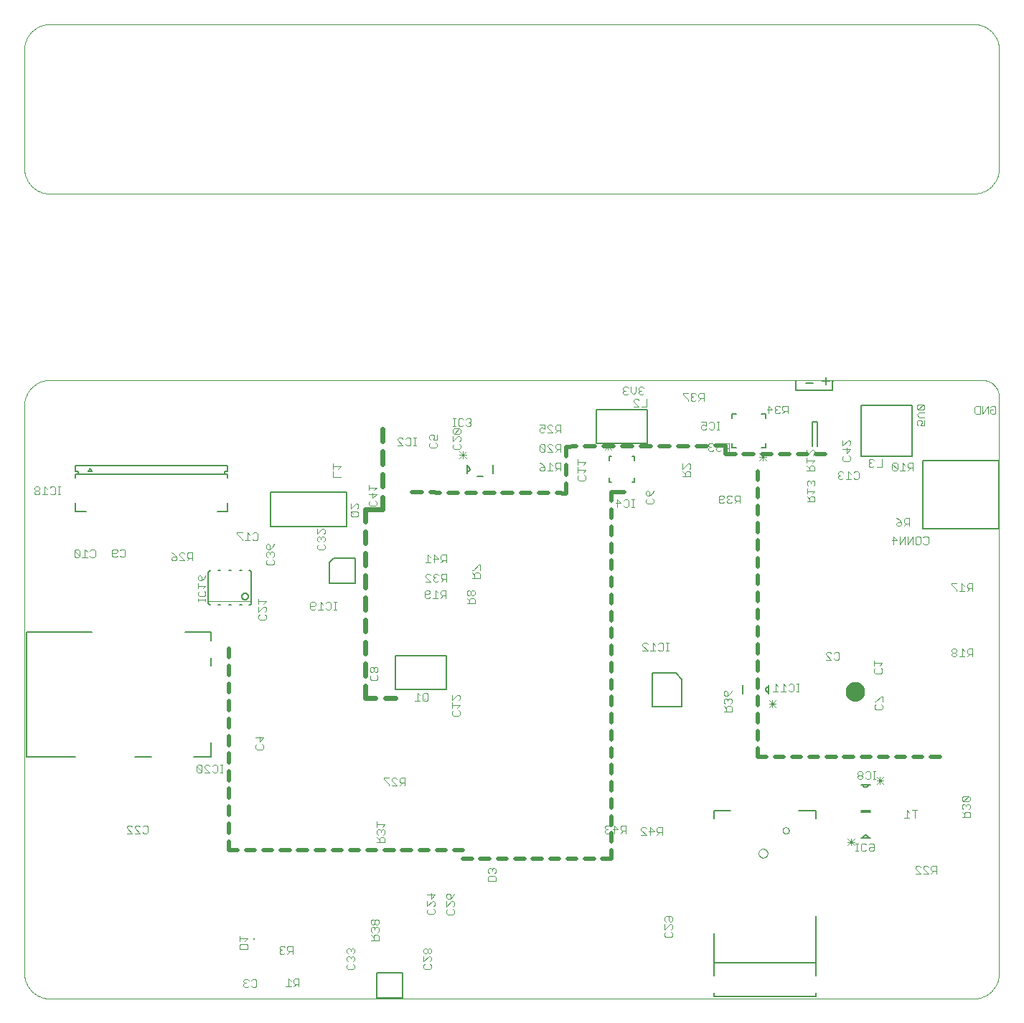
<source format=gbo>
G75*
%MOIN*%
%OFA0B0*%
%FSLAX25Y25*%
%IPPOS*%
%LPD*%
%AMOC8*
5,1,8,0,0,1.08239X$1,22.5*
%
%ADD10C,0.00000*%
%ADD11C,0.01969*%
%ADD12C,0.02362*%
%ADD13C,0.00300*%
%ADD14C,0.00500*%
%ADD15C,0.00700*%
%ADD16C,0.00984*%
%ADD17C,0.00600*%
%ADD18C,0.00400*%
%ADD19C,0.00200*%
%ADD20C,0.00800*%
%ADD21C,0.05000*%
D10*
X0071650Y0095547D02*
X0500784Y0095547D01*
X0501069Y0095550D01*
X0501355Y0095561D01*
X0501640Y0095578D01*
X0501924Y0095602D01*
X0502208Y0095633D01*
X0502491Y0095671D01*
X0502772Y0095716D01*
X0503053Y0095767D01*
X0503333Y0095825D01*
X0503611Y0095890D01*
X0503887Y0095962D01*
X0504161Y0096040D01*
X0504434Y0096125D01*
X0504704Y0096217D01*
X0504972Y0096315D01*
X0505238Y0096419D01*
X0505501Y0096530D01*
X0505761Y0096647D01*
X0506019Y0096770D01*
X0506273Y0096900D01*
X0506524Y0097036D01*
X0506772Y0097177D01*
X0507016Y0097325D01*
X0507257Y0097478D01*
X0507493Y0097638D01*
X0507726Y0097803D01*
X0507955Y0097973D01*
X0508180Y0098149D01*
X0508400Y0098331D01*
X0508616Y0098517D01*
X0508827Y0098709D01*
X0509034Y0098906D01*
X0509236Y0099108D01*
X0509433Y0099315D01*
X0509625Y0099526D01*
X0509811Y0099742D01*
X0509993Y0099962D01*
X0510169Y0100187D01*
X0510339Y0100416D01*
X0510504Y0100649D01*
X0510664Y0100885D01*
X0510817Y0101126D01*
X0510965Y0101370D01*
X0511106Y0101618D01*
X0511242Y0101869D01*
X0511372Y0102123D01*
X0511495Y0102381D01*
X0511612Y0102641D01*
X0511723Y0102904D01*
X0511827Y0103170D01*
X0511925Y0103438D01*
X0512017Y0103708D01*
X0512102Y0103981D01*
X0512180Y0104255D01*
X0512252Y0104531D01*
X0512317Y0104809D01*
X0512375Y0105089D01*
X0512426Y0105370D01*
X0512471Y0105651D01*
X0512509Y0105934D01*
X0512540Y0106218D01*
X0512564Y0106502D01*
X0512581Y0106787D01*
X0512592Y0107073D01*
X0512595Y0107358D01*
X0512595Y0375075D01*
X0512593Y0375265D01*
X0512586Y0375455D01*
X0512574Y0375645D01*
X0512558Y0375835D01*
X0512538Y0376024D01*
X0512512Y0376213D01*
X0512483Y0376401D01*
X0512448Y0376588D01*
X0512409Y0376774D01*
X0512366Y0376959D01*
X0512318Y0377144D01*
X0512266Y0377327D01*
X0512210Y0377508D01*
X0512149Y0377688D01*
X0512083Y0377867D01*
X0512014Y0378044D01*
X0511940Y0378220D01*
X0511862Y0378393D01*
X0511779Y0378565D01*
X0511693Y0378734D01*
X0511603Y0378902D01*
X0511508Y0379067D01*
X0511410Y0379230D01*
X0511307Y0379390D01*
X0511201Y0379548D01*
X0511091Y0379703D01*
X0510978Y0379856D01*
X0510860Y0380006D01*
X0510739Y0380152D01*
X0510615Y0380296D01*
X0510487Y0380437D01*
X0510356Y0380575D01*
X0510221Y0380710D01*
X0510083Y0380841D01*
X0509942Y0380969D01*
X0509798Y0381093D01*
X0509652Y0381214D01*
X0509502Y0381332D01*
X0509349Y0381445D01*
X0509194Y0381555D01*
X0509036Y0381661D01*
X0508876Y0381764D01*
X0508713Y0381862D01*
X0508548Y0381957D01*
X0508380Y0382047D01*
X0508211Y0382133D01*
X0508039Y0382216D01*
X0507866Y0382294D01*
X0507690Y0382368D01*
X0507513Y0382437D01*
X0507334Y0382503D01*
X0507154Y0382564D01*
X0506973Y0382620D01*
X0506790Y0382672D01*
X0506605Y0382720D01*
X0506420Y0382763D01*
X0506234Y0382802D01*
X0506047Y0382837D01*
X0505859Y0382866D01*
X0505670Y0382892D01*
X0505481Y0382912D01*
X0505291Y0382928D01*
X0505101Y0382940D01*
X0504911Y0382947D01*
X0504721Y0382949D01*
X0071650Y0382949D01*
X0071365Y0382946D01*
X0071079Y0382935D01*
X0070794Y0382918D01*
X0070510Y0382894D01*
X0070226Y0382863D01*
X0069943Y0382825D01*
X0069662Y0382780D01*
X0069381Y0382729D01*
X0069101Y0382671D01*
X0068823Y0382606D01*
X0068547Y0382534D01*
X0068273Y0382456D01*
X0068000Y0382371D01*
X0067730Y0382279D01*
X0067462Y0382181D01*
X0067196Y0382077D01*
X0066933Y0381966D01*
X0066673Y0381849D01*
X0066415Y0381726D01*
X0066161Y0381596D01*
X0065910Y0381460D01*
X0065662Y0381319D01*
X0065418Y0381171D01*
X0065177Y0381018D01*
X0064941Y0380858D01*
X0064708Y0380693D01*
X0064479Y0380523D01*
X0064254Y0380347D01*
X0064034Y0380165D01*
X0063818Y0379979D01*
X0063607Y0379787D01*
X0063400Y0379590D01*
X0063198Y0379388D01*
X0063001Y0379181D01*
X0062809Y0378970D01*
X0062623Y0378754D01*
X0062441Y0378534D01*
X0062265Y0378309D01*
X0062095Y0378080D01*
X0061930Y0377847D01*
X0061770Y0377611D01*
X0061617Y0377370D01*
X0061469Y0377126D01*
X0061328Y0376878D01*
X0061192Y0376627D01*
X0061062Y0376373D01*
X0060939Y0376115D01*
X0060822Y0375855D01*
X0060711Y0375592D01*
X0060607Y0375326D01*
X0060509Y0375058D01*
X0060417Y0374788D01*
X0060332Y0374515D01*
X0060254Y0374241D01*
X0060182Y0373965D01*
X0060117Y0373687D01*
X0060059Y0373407D01*
X0060008Y0373126D01*
X0059963Y0372845D01*
X0059925Y0372562D01*
X0059894Y0372278D01*
X0059870Y0371994D01*
X0059853Y0371709D01*
X0059842Y0371423D01*
X0059839Y0371138D01*
X0059839Y0107358D01*
X0059842Y0107073D01*
X0059853Y0106787D01*
X0059870Y0106502D01*
X0059894Y0106218D01*
X0059925Y0105934D01*
X0059963Y0105651D01*
X0060008Y0105370D01*
X0060059Y0105089D01*
X0060117Y0104809D01*
X0060182Y0104531D01*
X0060254Y0104255D01*
X0060332Y0103981D01*
X0060417Y0103708D01*
X0060509Y0103438D01*
X0060607Y0103170D01*
X0060711Y0102904D01*
X0060822Y0102641D01*
X0060939Y0102381D01*
X0061062Y0102123D01*
X0061192Y0101869D01*
X0061328Y0101618D01*
X0061469Y0101370D01*
X0061617Y0101126D01*
X0061770Y0100885D01*
X0061930Y0100649D01*
X0062095Y0100416D01*
X0062265Y0100187D01*
X0062441Y0099962D01*
X0062623Y0099742D01*
X0062809Y0099526D01*
X0063001Y0099315D01*
X0063198Y0099108D01*
X0063400Y0098906D01*
X0063607Y0098709D01*
X0063818Y0098517D01*
X0064034Y0098331D01*
X0064254Y0098149D01*
X0064479Y0097973D01*
X0064708Y0097803D01*
X0064941Y0097638D01*
X0065177Y0097478D01*
X0065418Y0097325D01*
X0065662Y0097177D01*
X0065910Y0097036D01*
X0066161Y0096900D01*
X0066415Y0096770D01*
X0066673Y0096647D01*
X0066933Y0096530D01*
X0067196Y0096419D01*
X0067462Y0096315D01*
X0067730Y0096217D01*
X0068000Y0096125D01*
X0068273Y0096040D01*
X0068547Y0095962D01*
X0068823Y0095890D01*
X0069101Y0095825D01*
X0069381Y0095767D01*
X0069662Y0095716D01*
X0069943Y0095671D01*
X0070226Y0095633D01*
X0070510Y0095602D01*
X0070794Y0095578D01*
X0071079Y0095561D01*
X0071365Y0095550D01*
X0071650Y0095547D01*
X0400908Y0163093D02*
X0400910Y0163184D01*
X0400916Y0163274D01*
X0400926Y0163365D01*
X0400940Y0163454D01*
X0400958Y0163543D01*
X0400979Y0163632D01*
X0401005Y0163719D01*
X0401034Y0163805D01*
X0401068Y0163889D01*
X0401104Y0163972D01*
X0401145Y0164054D01*
X0401189Y0164133D01*
X0401236Y0164211D01*
X0401287Y0164286D01*
X0401341Y0164359D01*
X0401398Y0164429D01*
X0401458Y0164497D01*
X0401521Y0164563D01*
X0401587Y0164625D01*
X0401656Y0164684D01*
X0401727Y0164741D01*
X0401801Y0164794D01*
X0401877Y0164844D01*
X0401955Y0164891D01*
X0402035Y0164934D01*
X0402116Y0164973D01*
X0402200Y0165009D01*
X0402285Y0165041D01*
X0402371Y0165070D01*
X0402458Y0165094D01*
X0402547Y0165115D01*
X0402636Y0165132D01*
X0402726Y0165145D01*
X0402816Y0165154D01*
X0402907Y0165159D01*
X0402998Y0165160D01*
X0403088Y0165157D01*
X0403179Y0165150D01*
X0403269Y0165139D01*
X0403359Y0165124D01*
X0403448Y0165105D01*
X0403536Y0165083D01*
X0403622Y0165056D01*
X0403708Y0165026D01*
X0403792Y0164992D01*
X0403875Y0164954D01*
X0403956Y0164913D01*
X0404035Y0164868D01*
X0404112Y0164819D01*
X0404186Y0164768D01*
X0404259Y0164713D01*
X0404329Y0164655D01*
X0404396Y0164594D01*
X0404460Y0164530D01*
X0404522Y0164464D01*
X0404581Y0164394D01*
X0404636Y0164323D01*
X0404689Y0164248D01*
X0404738Y0164172D01*
X0404784Y0164094D01*
X0404826Y0164013D01*
X0404865Y0163931D01*
X0404900Y0163847D01*
X0404931Y0163762D01*
X0404958Y0163675D01*
X0404982Y0163588D01*
X0405002Y0163499D01*
X0405018Y0163410D01*
X0405030Y0163320D01*
X0405038Y0163229D01*
X0405042Y0163138D01*
X0405042Y0163048D01*
X0405038Y0162957D01*
X0405030Y0162866D01*
X0405018Y0162776D01*
X0405002Y0162687D01*
X0404982Y0162598D01*
X0404958Y0162511D01*
X0404931Y0162424D01*
X0404900Y0162339D01*
X0404865Y0162255D01*
X0404826Y0162173D01*
X0404784Y0162092D01*
X0404738Y0162014D01*
X0404689Y0161938D01*
X0404636Y0161863D01*
X0404581Y0161792D01*
X0404522Y0161722D01*
X0404460Y0161656D01*
X0404396Y0161592D01*
X0404329Y0161531D01*
X0404259Y0161473D01*
X0404186Y0161418D01*
X0404112Y0161367D01*
X0404035Y0161318D01*
X0403956Y0161273D01*
X0403875Y0161232D01*
X0403792Y0161194D01*
X0403708Y0161160D01*
X0403622Y0161130D01*
X0403536Y0161103D01*
X0403448Y0161081D01*
X0403359Y0161062D01*
X0403269Y0161047D01*
X0403179Y0161036D01*
X0403088Y0161029D01*
X0402998Y0161026D01*
X0402907Y0161027D01*
X0402816Y0161032D01*
X0402726Y0161041D01*
X0402636Y0161054D01*
X0402547Y0161071D01*
X0402458Y0161092D01*
X0402371Y0161116D01*
X0402285Y0161145D01*
X0402200Y0161177D01*
X0402116Y0161213D01*
X0402035Y0161252D01*
X0401955Y0161295D01*
X0401877Y0161342D01*
X0401801Y0161392D01*
X0401727Y0161445D01*
X0401656Y0161502D01*
X0401587Y0161561D01*
X0401521Y0161623D01*
X0401458Y0161689D01*
X0401398Y0161757D01*
X0401341Y0161827D01*
X0401287Y0161900D01*
X0401236Y0161975D01*
X0401189Y0162053D01*
X0401145Y0162132D01*
X0401104Y0162214D01*
X0401068Y0162297D01*
X0401034Y0162381D01*
X0401005Y0162467D01*
X0400979Y0162554D01*
X0400958Y0162643D01*
X0400940Y0162732D01*
X0400926Y0162821D01*
X0400916Y0162912D01*
X0400910Y0163002D01*
X0400908Y0163093D01*
X0412078Y0173671D02*
X0412080Y0173748D01*
X0412086Y0173824D01*
X0412096Y0173900D01*
X0412110Y0173975D01*
X0412127Y0174050D01*
X0412149Y0174123D01*
X0412174Y0174196D01*
X0412204Y0174267D01*
X0412236Y0174336D01*
X0412273Y0174403D01*
X0412312Y0174469D01*
X0412355Y0174532D01*
X0412402Y0174593D01*
X0412451Y0174652D01*
X0412504Y0174708D01*
X0412559Y0174761D01*
X0412617Y0174811D01*
X0412677Y0174858D01*
X0412740Y0174902D01*
X0412805Y0174943D01*
X0412872Y0174980D01*
X0412941Y0175014D01*
X0413011Y0175044D01*
X0413083Y0175070D01*
X0413157Y0175092D01*
X0413231Y0175111D01*
X0413306Y0175126D01*
X0413382Y0175137D01*
X0413458Y0175144D01*
X0413535Y0175147D01*
X0413611Y0175146D01*
X0413688Y0175141D01*
X0413764Y0175132D01*
X0413840Y0175119D01*
X0413914Y0175102D01*
X0413988Y0175082D01*
X0414061Y0175057D01*
X0414132Y0175029D01*
X0414202Y0174997D01*
X0414270Y0174962D01*
X0414336Y0174923D01*
X0414400Y0174881D01*
X0414461Y0174835D01*
X0414521Y0174786D01*
X0414577Y0174735D01*
X0414631Y0174680D01*
X0414682Y0174623D01*
X0414730Y0174563D01*
X0414775Y0174501D01*
X0414816Y0174436D01*
X0414854Y0174370D01*
X0414889Y0174302D01*
X0414919Y0174231D01*
X0414947Y0174160D01*
X0414970Y0174087D01*
X0414990Y0174013D01*
X0415006Y0173938D01*
X0415018Y0173862D01*
X0415026Y0173786D01*
X0415030Y0173709D01*
X0415030Y0173633D01*
X0415026Y0173556D01*
X0415018Y0173480D01*
X0415006Y0173404D01*
X0414990Y0173329D01*
X0414970Y0173255D01*
X0414947Y0173182D01*
X0414919Y0173111D01*
X0414889Y0173040D01*
X0414854Y0172972D01*
X0414816Y0172906D01*
X0414775Y0172841D01*
X0414730Y0172779D01*
X0414682Y0172719D01*
X0414631Y0172662D01*
X0414577Y0172607D01*
X0414521Y0172556D01*
X0414461Y0172507D01*
X0414400Y0172461D01*
X0414336Y0172419D01*
X0414270Y0172380D01*
X0414202Y0172345D01*
X0414132Y0172313D01*
X0414061Y0172285D01*
X0413988Y0172260D01*
X0413914Y0172240D01*
X0413840Y0172223D01*
X0413764Y0172210D01*
X0413688Y0172201D01*
X0413611Y0172196D01*
X0413535Y0172195D01*
X0413458Y0172198D01*
X0413382Y0172205D01*
X0413306Y0172216D01*
X0413231Y0172231D01*
X0413157Y0172250D01*
X0413083Y0172272D01*
X0413011Y0172298D01*
X0412941Y0172328D01*
X0412872Y0172362D01*
X0412805Y0172399D01*
X0412740Y0172440D01*
X0412677Y0172484D01*
X0412617Y0172531D01*
X0412559Y0172581D01*
X0412504Y0172634D01*
X0412451Y0172690D01*
X0412402Y0172749D01*
X0412355Y0172810D01*
X0412312Y0172873D01*
X0412273Y0172939D01*
X0412236Y0173006D01*
X0412204Y0173075D01*
X0412174Y0173146D01*
X0412149Y0173219D01*
X0412127Y0173292D01*
X0412110Y0173367D01*
X0412096Y0173442D01*
X0412086Y0173518D01*
X0412080Y0173594D01*
X0412078Y0173671D01*
X0500784Y0469563D02*
X0071650Y0469563D01*
X0071365Y0469566D01*
X0071079Y0469577D01*
X0070794Y0469594D01*
X0070510Y0469618D01*
X0070226Y0469649D01*
X0069943Y0469687D01*
X0069662Y0469732D01*
X0069381Y0469783D01*
X0069101Y0469841D01*
X0068823Y0469906D01*
X0068547Y0469978D01*
X0068273Y0470056D01*
X0068000Y0470141D01*
X0067730Y0470233D01*
X0067462Y0470331D01*
X0067196Y0470435D01*
X0066933Y0470546D01*
X0066673Y0470663D01*
X0066415Y0470786D01*
X0066161Y0470916D01*
X0065910Y0471052D01*
X0065662Y0471193D01*
X0065418Y0471341D01*
X0065177Y0471494D01*
X0064941Y0471654D01*
X0064708Y0471819D01*
X0064479Y0471989D01*
X0064254Y0472165D01*
X0064034Y0472347D01*
X0063818Y0472533D01*
X0063607Y0472725D01*
X0063400Y0472922D01*
X0063198Y0473124D01*
X0063001Y0473331D01*
X0062809Y0473542D01*
X0062623Y0473758D01*
X0062441Y0473978D01*
X0062265Y0474203D01*
X0062095Y0474432D01*
X0061930Y0474665D01*
X0061770Y0474901D01*
X0061617Y0475142D01*
X0061469Y0475386D01*
X0061328Y0475634D01*
X0061192Y0475885D01*
X0061062Y0476139D01*
X0060939Y0476397D01*
X0060822Y0476657D01*
X0060711Y0476920D01*
X0060607Y0477186D01*
X0060509Y0477454D01*
X0060417Y0477724D01*
X0060332Y0477997D01*
X0060254Y0478271D01*
X0060182Y0478547D01*
X0060117Y0478825D01*
X0060059Y0479105D01*
X0060008Y0479386D01*
X0059963Y0479667D01*
X0059925Y0479950D01*
X0059894Y0480234D01*
X0059870Y0480518D01*
X0059853Y0480803D01*
X0059842Y0481089D01*
X0059839Y0481374D01*
X0059839Y0536492D01*
X0059842Y0536777D01*
X0059853Y0537063D01*
X0059870Y0537348D01*
X0059894Y0537632D01*
X0059925Y0537916D01*
X0059963Y0538199D01*
X0060008Y0538480D01*
X0060059Y0538761D01*
X0060117Y0539041D01*
X0060182Y0539319D01*
X0060254Y0539595D01*
X0060332Y0539869D01*
X0060417Y0540142D01*
X0060509Y0540412D01*
X0060607Y0540680D01*
X0060711Y0540946D01*
X0060822Y0541209D01*
X0060939Y0541469D01*
X0061062Y0541727D01*
X0061192Y0541981D01*
X0061328Y0542232D01*
X0061469Y0542480D01*
X0061617Y0542724D01*
X0061770Y0542965D01*
X0061930Y0543201D01*
X0062095Y0543434D01*
X0062265Y0543663D01*
X0062441Y0543888D01*
X0062623Y0544108D01*
X0062809Y0544324D01*
X0063001Y0544535D01*
X0063198Y0544742D01*
X0063400Y0544944D01*
X0063607Y0545141D01*
X0063818Y0545333D01*
X0064034Y0545519D01*
X0064254Y0545701D01*
X0064479Y0545877D01*
X0064708Y0546047D01*
X0064941Y0546212D01*
X0065177Y0546372D01*
X0065418Y0546525D01*
X0065662Y0546673D01*
X0065910Y0546814D01*
X0066161Y0546950D01*
X0066415Y0547080D01*
X0066673Y0547203D01*
X0066933Y0547320D01*
X0067196Y0547431D01*
X0067462Y0547535D01*
X0067730Y0547633D01*
X0068000Y0547725D01*
X0068273Y0547810D01*
X0068547Y0547888D01*
X0068823Y0547960D01*
X0069101Y0548025D01*
X0069381Y0548083D01*
X0069662Y0548134D01*
X0069943Y0548179D01*
X0070226Y0548217D01*
X0070510Y0548248D01*
X0070794Y0548272D01*
X0071079Y0548289D01*
X0071365Y0548300D01*
X0071650Y0548303D01*
X0500784Y0548303D01*
X0501069Y0548300D01*
X0501355Y0548289D01*
X0501640Y0548272D01*
X0501924Y0548248D01*
X0502208Y0548217D01*
X0502491Y0548179D01*
X0502772Y0548134D01*
X0503053Y0548083D01*
X0503333Y0548025D01*
X0503611Y0547960D01*
X0503887Y0547888D01*
X0504161Y0547810D01*
X0504434Y0547725D01*
X0504704Y0547633D01*
X0504972Y0547535D01*
X0505238Y0547431D01*
X0505501Y0547320D01*
X0505761Y0547203D01*
X0506019Y0547080D01*
X0506273Y0546950D01*
X0506524Y0546814D01*
X0506772Y0546673D01*
X0507016Y0546525D01*
X0507257Y0546372D01*
X0507493Y0546212D01*
X0507726Y0546047D01*
X0507955Y0545877D01*
X0508180Y0545701D01*
X0508400Y0545519D01*
X0508616Y0545333D01*
X0508827Y0545141D01*
X0509034Y0544944D01*
X0509236Y0544742D01*
X0509433Y0544535D01*
X0509625Y0544324D01*
X0509811Y0544108D01*
X0509993Y0543888D01*
X0510169Y0543663D01*
X0510339Y0543434D01*
X0510504Y0543201D01*
X0510664Y0542965D01*
X0510817Y0542724D01*
X0510965Y0542480D01*
X0511106Y0542232D01*
X0511242Y0541981D01*
X0511372Y0541727D01*
X0511495Y0541469D01*
X0511612Y0541209D01*
X0511723Y0540946D01*
X0511827Y0540680D01*
X0511925Y0540412D01*
X0512017Y0540142D01*
X0512102Y0539869D01*
X0512180Y0539595D01*
X0512252Y0539319D01*
X0512317Y0539041D01*
X0512375Y0538761D01*
X0512426Y0538480D01*
X0512471Y0538199D01*
X0512509Y0537916D01*
X0512540Y0537632D01*
X0512564Y0537348D01*
X0512581Y0537063D01*
X0512592Y0536777D01*
X0512595Y0536492D01*
X0512595Y0481374D01*
X0512592Y0481089D01*
X0512581Y0480803D01*
X0512564Y0480518D01*
X0512540Y0480234D01*
X0512509Y0479950D01*
X0512471Y0479667D01*
X0512426Y0479386D01*
X0512375Y0479105D01*
X0512317Y0478825D01*
X0512252Y0478547D01*
X0512180Y0478271D01*
X0512102Y0477997D01*
X0512017Y0477724D01*
X0511925Y0477454D01*
X0511827Y0477186D01*
X0511723Y0476920D01*
X0511612Y0476657D01*
X0511495Y0476397D01*
X0511372Y0476139D01*
X0511242Y0475885D01*
X0511106Y0475634D01*
X0510965Y0475386D01*
X0510817Y0475142D01*
X0510664Y0474901D01*
X0510504Y0474665D01*
X0510339Y0474432D01*
X0510169Y0474203D01*
X0509993Y0473978D01*
X0509811Y0473758D01*
X0509625Y0473542D01*
X0509433Y0473331D01*
X0509236Y0473124D01*
X0509034Y0472922D01*
X0508827Y0472725D01*
X0508616Y0472533D01*
X0508400Y0472347D01*
X0508180Y0472165D01*
X0507955Y0471989D01*
X0507726Y0471819D01*
X0507493Y0471654D01*
X0507257Y0471494D01*
X0507016Y0471341D01*
X0506772Y0471193D01*
X0506524Y0471052D01*
X0506273Y0470916D01*
X0506019Y0470786D01*
X0505761Y0470663D01*
X0505501Y0470546D01*
X0505238Y0470435D01*
X0504972Y0470331D01*
X0504704Y0470233D01*
X0504434Y0470141D01*
X0504161Y0470056D01*
X0503887Y0469978D01*
X0503611Y0469906D01*
X0503333Y0469841D01*
X0503053Y0469783D01*
X0502772Y0469732D01*
X0502491Y0469687D01*
X0502208Y0469649D01*
X0501924Y0469618D01*
X0501640Y0469594D01*
X0501355Y0469577D01*
X0501069Y0469566D01*
X0500784Y0469563D01*
D11*
X0385627Y0352437D02*
X0380902Y0352412D01*
X0376965Y0352391D02*
X0372241Y0352366D01*
X0368304Y0352345D02*
X0363579Y0352320D01*
X0359642Y0352299D02*
X0354918Y0352274D01*
X0350981Y0352253D02*
X0346257Y0352228D01*
X0342320Y0352207D02*
X0337595Y0352182D01*
X0333658Y0352161D02*
X0328934Y0352135D01*
X0324997Y0352115D02*
X0320272Y0352089D01*
X0316335Y0352068D02*
X0311611Y0352043D01*
X0311611Y0347450D01*
X0311611Y0343513D02*
X0311611Y0338920D01*
X0311611Y0334983D02*
X0311611Y0330390D01*
X0307149Y0330414D01*
X0303212Y0330436D02*
X0298750Y0330460D01*
X0294813Y0330482D02*
X0290351Y0330507D01*
X0286414Y0330528D02*
X0281952Y0330553D01*
X0278015Y0330574D02*
X0273553Y0330599D01*
X0269616Y0330621D02*
X0265154Y0330645D01*
X0261217Y0330667D02*
X0256755Y0330691D01*
X0252818Y0330713D02*
X0248356Y0330737D01*
X0244419Y0330759D02*
X0239957Y0330783D01*
X0332477Y0330783D02*
X0332477Y0326802D01*
X0332477Y0322865D02*
X0332477Y0318883D01*
X0332477Y0314946D02*
X0332477Y0310964D01*
X0332477Y0307027D02*
X0332477Y0303045D01*
X0332477Y0299108D02*
X0332477Y0295127D01*
X0332477Y0291190D02*
X0332477Y0287208D01*
X0332477Y0283271D02*
X0332477Y0279289D01*
X0332477Y0275352D02*
X0332477Y0271370D01*
X0332477Y0267433D02*
X0332477Y0263452D01*
X0332477Y0259515D02*
X0332477Y0255533D01*
X0332477Y0251596D02*
X0332477Y0247614D01*
X0332477Y0243677D02*
X0332477Y0239695D01*
X0332477Y0235758D02*
X0332477Y0231777D01*
X0332477Y0227840D02*
X0332477Y0223858D01*
X0332477Y0219921D02*
X0332477Y0215939D01*
X0332477Y0212002D02*
X0332477Y0208020D01*
X0332477Y0204083D02*
X0332477Y0200102D01*
X0332477Y0196165D02*
X0332477Y0192183D01*
X0332477Y0188246D02*
X0332477Y0184264D01*
X0332477Y0180327D02*
X0332477Y0176345D01*
X0332477Y0172408D02*
X0332477Y0168427D01*
X0332477Y0164490D02*
X0332477Y0160508D01*
X0328321Y0160508D01*
X0324384Y0160508D02*
X0320229Y0160508D01*
X0316292Y0160508D02*
X0312136Y0160508D01*
X0308199Y0160508D02*
X0304043Y0160508D01*
X0300106Y0160508D02*
X0295950Y0160508D01*
X0292013Y0160508D02*
X0287858Y0160508D01*
X0283921Y0160508D02*
X0279765Y0160508D01*
X0275828Y0160508D02*
X0271672Y0160508D01*
X0267735Y0160508D02*
X0263579Y0160508D01*
X0263579Y0164445D02*
X0259462Y0164445D01*
X0255525Y0164445D02*
X0251408Y0164445D01*
X0247471Y0164445D02*
X0243354Y0164445D01*
X0239417Y0164445D02*
X0235300Y0164445D01*
X0231363Y0164445D02*
X0227246Y0164445D01*
X0223309Y0164445D02*
X0219192Y0164445D01*
X0215255Y0164445D02*
X0211138Y0164445D01*
X0207201Y0164445D02*
X0203084Y0164445D01*
X0199147Y0164445D02*
X0195030Y0164445D01*
X0191093Y0164445D02*
X0186976Y0164445D01*
X0183039Y0164445D02*
X0178922Y0164445D01*
X0174985Y0164445D02*
X0170868Y0164445D01*
X0166931Y0164445D02*
X0162814Y0164445D01*
X0158877Y0164445D02*
X0154760Y0164445D01*
X0154760Y0168657D01*
X0154760Y0172594D02*
X0154760Y0176807D01*
X0154760Y0180744D02*
X0154760Y0184957D01*
X0154760Y0188894D02*
X0154760Y0193106D01*
X0154760Y0197043D02*
X0154760Y0201256D01*
X0154760Y0205193D02*
X0154760Y0209406D01*
X0154760Y0213343D02*
X0154760Y0217555D01*
X0154760Y0221492D02*
X0154760Y0225705D01*
X0154760Y0229642D02*
X0154760Y0233854D01*
X0154760Y0237791D02*
X0154760Y0242004D01*
X0154760Y0245941D02*
X0154760Y0250154D01*
X0154760Y0254091D02*
X0154760Y0258303D01*
X0332477Y0330783D02*
X0338383Y0330783D01*
X0385627Y0348500D02*
X0390056Y0348500D01*
X0393993Y0348500D02*
X0398422Y0348500D01*
X0402359Y0348500D02*
X0406788Y0348500D01*
X0410725Y0348500D02*
X0415154Y0348500D01*
X0419091Y0348500D02*
X0423520Y0348500D01*
X0427457Y0348500D02*
X0431886Y0348500D01*
X0400390Y0340626D02*
X0400390Y0336515D01*
X0400390Y0332578D02*
X0400390Y0328468D01*
X0400390Y0324531D02*
X0400390Y0320420D01*
X0400390Y0316483D02*
X0400390Y0312372D01*
X0400390Y0308435D02*
X0400390Y0304324D01*
X0400390Y0300387D02*
X0400390Y0296277D01*
X0400390Y0292340D02*
X0400390Y0288229D01*
X0400390Y0284292D02*
X0400390Y0280181D01*
X0400390Y0276244D02*
X0400390Y0272134D01*
X0400390Y0268197D02*
X0400390Y0264086D01*
X0400390Y0260149D02*
X0400390Y0256038D01*
X0400390Y0252101D02*
X0400390Y0247991D01*
X0400390Y0244053D02*
X0400390Y0239943D01*
X0400390Y0236006D02*
X0400390Y0231895D01*
X0400390Y0227958D02*
X0400390Y0223847D01*
X0400390Y0219910D02*
X0400390Y0215800D01*
X0400390Y0211863D02*
X0400390Y0207752D01*
X0404506Y0207752D01*
X0408443Y0207752D02*
X0412559Y0207752D01*
X0416496Y0207752D02*
X0420612Y0207752D01*
X0424549Y0207752D02*
X0428665Y0207752D01*
X0432602Y0207752D02*
X0436718Y0207752D01*
X0440655Y0207752D02*
X0444771Y0207752D01*
X0448708Y0207752D02*
X0452824Y0207752D01*
X0456761Y0207752D02*
X0460877Y0207752D01*
X0464814Y0207752D02*
X0468930Y0207752D01*
X0472867Y0207752D02*
X0476983Y0207752D01*
X0480920Y0207752D02*
X0485036Y0207752D01*
X0385627Y0348500D02*
X0385627Y0352437D01*
D12*
X0232083Y0235311D02*
X0227556Y0235311D01*
X0222831Y0235311D02*
X0218304Y0235311D01*
X0218304Y0240845D01*
X0218304Y0245569D02*
X0218304Y0251103D01*
X0218304Y0255827D02*
X0218304Y0261361D01*
X0218304Y0266085D02*
X0218304Y0271619D01*
X0218304Y0276343D02*
X0218304Y0281877D01*
X0218304Y0286601D02*
X0218304Y0292135D01*
X0218304Y0296860D02*
X0218304Y0302393D01*
X0218304Y0307118D02*
X0218304Y0312651D01*
X0218304Y0317376D02*
X0218304Y0322909D01*
X0226178Y0322909D01*
X0226178Y0328717D01*
X0226178Y0333441D02*
X0226178Y0339248D01*
X0226178Y0343972D02*
X0226178Y0349780D01*
X0226178Y0354504D02*
X0226178Y0360311D01*
D13*
X0233239Y0355699D02*
X0233846Y0356306D01*
X0235059Y0356306D01*
X0235666Y0355699D01*
X0236864Y0355699D02*
X0237471Y0356306D01*
X0238684Y0356306D01*
X0239291Y0355699D01*
X0239291Y0353272D01*
X0238684Y0352666D01*
X0237471Y0352666D01*
X0236864Y0353272D01*
X0235666Y0352666D02*
X0233239Y0355092D01*
X0233239Y0355699D01*
X0233239Y0352666D02*
X0235666Y0352666D01*
X0240494Y0352666D02*
X0241708Y0352666D01*
X0241101Y0352666D02*
X0241101Y0356306D01*
X0241708Y0356306D02*
X0240494Y0356306D01*
X0247863Y0355792D02*
X0248470Y0355185D01*
X0247863Y0355792D02*
X0247863Y0357005D01*
X0248470Y0357612D01*
X0249683Y0357612D01*
X0250290Y0357005D01*
X0250290Y0356399D01*
X0249683Y0355185D01*
X0251503Y0355185D01*
X0251503Y0357612D01*
X0250897Y0353987D02*
X0251503Y0353380D01*
X0251503Y0352167D01*
X0250897Y0351560D01*
X0248470Y0351560D01*
X0247863Y0352167D01*
X0247863Y0353380D01*
X0248470Y0353987D01*
X0258788Y0354416D02*
X0261215Y0356843D01*
X0261822Y0356843D01*
X0262429Y0356236D01*
X0262429Y0355023D01*
X0261822Y0354416D01*
X0261822Y0353218D02*
X0262429Y0352611D01*
X0262429Y0351398D01*
X0261822Y0350791D01*
X0259395Y0350791D01*
X0258788Y0351398D01*
X0258788Y0352611D01*
X0259395Y0353218D01*
X0258788Y0354416D02*
X0258788Y0356843D01*
X0259395Y0358041D02*
X0261822Y0360468D01*
X0259395Y0360468D01*
X0258788Y0359861D01*
X0258788Y0358648D01*
X0259395Y0358041D01*
X0261822Y0358041D01*
X0262429Y0358648D01*
X0262429Y0359861D01*
X0261822Y0360468D01*
X0261983Y0349860D02*
X0265119Y0346724D01*
X0263551Y0346724D02*
X0263551Y0349860D01*
X0265119Y0349860D02*
X0261983Y0346724D01*
X0261983Y0348292D02*
X0265119Y0348292D01*
X0299229Y0350261D02*
X0299836Y0349654D01*
X0301050Y0349654D01*
X0301656Y0350261D01*
X0299229Y0352687D01*
X0299229Y0350261D01*
X0299229Y0352687D02*
X0299836Y0353294D01*
X0301050Y0353294D01*
X0301656Y0352687D01*
X0301656Y0350261D01*
X0302855Y0349654D02*
X0305281Y0349654D01*
X0302855Y0352081D01*
X0302855Y0352687D01*
X0303461Y0353294D01*
X0304675Y0353294D01*
X0305281Y0352687D01*
X0306480Y0352687D02*
X0306480Y0351474D01*
X0307086Y0350867D01*
X0308906Y0350867D01*
X0307693Y0350867D02*
X0306480Y0349654D01*
X0308906Y0349654D02*
X0308906Y0353294D01*
X0307086Y0353294D01*
X0306480Y0352687D01*
X0306440Y0358453D02*
X0307654Y0359667D01*
X0307047Y0359667D02*
X0308867Y0359667D01*
X0308867Y0358453D02*
X0308867Y0362093D01*
X0307047Y0362093D01*
X0306440Y0361487D01*
X0306440Y0360273D01*
X0307047Y0359667D01*
X0305242Y0358453D02*
X0302815Y0360880D01*
X0302815Y0361487D01*
X0303422Y0362093D01*
X0304635Y0362093D01*
X0305242Y0361487D01*
X0305242Y0358453D02*
X0302815Y0358453D01*
X0301617Y0359060D02*
X0301010Y0358453D01*
X0299797Y0358453D01*
X0299190Y0359060D01*
X0299190Y0360273D01*
X0299797Y0360880D01*
X0300403Y0360880D01*
X0301617Y0360273D01*
X0301617Y0362093D01*
X0299190Y0362093D01*
X0299151Y0344416D02*
X0300364Y0343809D01*
X0301577Y0342596D01*
X0299757Y0342596D01*
X0299151Y0341989D01*
X0299151Y0341383D01*
X0299757Y0340776D01*
X0300971Y0340776D01*
X0301577Y0341383D01*
X0301577Y0342596D01*
X0302776Y0340776D02*
X0305203Y0340776D01*
X0306401Y0340776D02*
X0307614Y0341989D01*
X0307008Y0341989D02*
X0308828Y0341989D01*
X0308828Y0340776D02*
X0308828Y0344416D01*
X0307008Y0344416D01*
X0306401Y0343809D01*
X0306401Y0342596D01*
X0307008Y0341989D01*
X0305203Y0343203D02*
X0303989Y0344416D01*
X0303989Y0340776D01*
X0316938Y0341220D02*
X0320578Y0341220D01*
X0319365Y0340007D01*
X0319971Y0338808D02*
X0320578Y0338202D01*
X0320578Y0336988D01*
X0319971Y0336382D01*
X0317545Y0336382D01*
X0316938Y0336988D01*
X0316938Y0338202D01*
X0317545Y0338808D01*
X0316938Y0340007D02*
X0316938Y0342433D01*
X0316938Y0343632D02*
X0316938Y0346059D01*
X0316938Y0344845D02*
X0320578Y0344845D01*
X0319365Y0343632D01*
X0329428Y0350524D02*
X0332564Y0353660D01*
X0329428Y0350524D01*
X0329428Y0352092D02*
X0332564Y0352092D01*
X0329428Y0352092D01*
X0329428Y0353660D02*
X0332564Y0350524D01*
X0329428Y0353660D01*
X0330996Y0353660D02*
X0330996Y0350524D01*
X0330996Y0353660D01*
X0342912Y0370441D02*
X0345339Y0370441D01*
X0342912Y0372868D01*
X0342912Y0373475D01*
X0343519Y0374081D01*
X0344732Y0374081D01*
X0345339Y0373475D01*
X0345787Y0376209D02*
X0347001Y0376209D01*
X0347607Y0376816D01*
X0346394Y0378029D02*
X0345787Y0378029D01*
X0345181Y0377422D01*
X0345181Y0376816D01*
X0345787Y0376209D01*
X0345787Y0378029D02*
X0345181Y0378636D01*
X0345181Y0379242D01*
X0345787Y0379849D01*
X0347001Y0379849D01*
X0347607Y0379242D01*
X0343982Y0379849D02*
X0343982Y0377422D01*
X0342769Y0376209D01*
X0341555Y0377422D01*
X0341555Y0379849D01*
X0340357Y0379242D02*
X0339750Y0379849D01*
X0338537Y0379849D01*
X0337930Y0379242D01*
X0337930Y0378636D01*
X0338537Y0378029D01*
X0337930Y0377422D01*
X0337930Y0376816D01*
X0338537Y0376209D01*
X0339750Y0376209D01*
X0340357Y0376816D01*
X0339144Y0378029D02*
X0338537Y0378029D01*
X0346537Y0370441D02*
X0348964Y0370441D01*
X0348964Y0374081D01*
X0365726Y0376388D02*
X0368152Y0373961D01*
X0368152Y0373355D01*
X0369351Y0373961D02*
X0369957Y0373355D01*
X0371171Y0373355D01*
X0371777Y0373961D01*
X0372976Y0373355D02*
X0374189Y0374568D01*
X0373582Y0374568D02*
X0375403Y0374568D01*
X0375403Y0373355D02*
X0375403Y0376995D01*
X0373582Y0376995D01*
X0372976Y0376388D01*
X0372976Y0375175D01*
X0373582Y0374568D01*
X0371777Y0376388D02*
X0371171Y0376995D01*
X0369957Y0376995D01*
X0369351Y0376388D01*
X0369351Y0375781D01*
X0369957Y0375175D01*
X0369351Y0374568D01*
X0369351Y0373961D01*
X0369957Y0375175D02*
X0370564Y0375175D01*
X0368152Y0376995D02*
X0365726Y0376995D01*
X0365726Y0376388D01*
X0378163Y0353668D02*
X0377556Y0353061D01*
X0377556Y0352455D01*
X0378163Y0351848D01*
X0377556Y0351241D01*
X0377556Y0350635D01*
X0378163Y0350028D01*
X0379376Y0350028D01*
X0379983Y0350635D01*
X0381181Y0350635D02*
X0381788Y0350028D01*
X0383001Y0350028D01*
X0383608Y0350635D01*
X0384807Y0350028D02*
X0386020Y0351241D01*
X0385413Y0351241D02*
X0387233Y0351241D01*
X0387233Y0350028D02*
X0387233Y0353668D01*
X0385413Y0353668D01*
X0384807Y0353061D01*
X0384807Y0351848D01*
X0385413Y0351241D01*
X0383608Y0353061D02*
X0383001Y0353668D01*
X0381788Y0353668D01*
X0381181Y0353061D01*
X0381181Y0352455D01*
X0381788Y0351848D01*
X0381181Y0351241D01*
X0381181Y0350635D01*
X0381788Y0351848D02*
X0382395Y0351848D01*
X0379983Y0353061D02*
X0379376Y0353668D01*
X0378163Y0353668D01*
X0378163Y0351848D02*
X0378770Y0351848D01*
X0369299Y0343541D02*
X0369299Y0342328D01*
X0368692Y0341721D01*
X0368692Y0340522D02*
X0367479Y0340522D01*
X0366872Y0339916D01*
X0366872Y0338096D01*
X0366872Y0339309D02*
X0365659Y0340522D01*
X0365659Y0341721D02*
X0368085Y0344148D01*
X0368692Y0344148D01*
X0369299Y0343541D01*
X0368692Y0340522D02*
X0369299Y0339916D01*
X0369299Y0338096D01*
X0365659Y0338096D01*
X0365659Y0341721D02*
X0365659Y0344148D01*
X0352055Y0331569D02*
X0351448Y0330355D01*
X0350234Y0329142D01*
X0350234Y0330962D01*
X0349628Y0331569D01*
X0349021Y0331569D01*
X0348414Y0330962D01*
X0348414Y0329749D01*
X0349021Y0329142D01*
X0350234Y0329142D01*
X0349021Y0327944D02*
X0348414Y0327337D01*
X0348414Y0326124D01*
X0349021Y0325517D01*
X0351448Y0325517D01*
X0352055Y0326124D01*
X0352055Y0327337D01*
X0351448Y0327944D01*
X0382478Y0327557D02*
X0384298Y0327557D01*
X0384904Y0328163D01*
X0384904Y0328770D01*
X0384298Y0329377D01*
X0383084Y0329377D01*
X0382478Y0328770D01*
X0382478Y0326343D01*
X0383084Y0325737D01*
X0384298Y0325737D01*
X0384904Y0326343D01*
X0386103Y0326343D02*
X0386709Y0325737D01*
X0387923Y0325737D01*
X0388529Y0326343D01*
X0389728Y0325737D02*
X0390941Y0326950D01*
X0390334Y0326950D02*
X0392155Y0326950D01*
X0392155Y0325737D02*
X0392155Y0329377D01*
X0390334Y0329377D01*
X0389728Y0328770D01*
X0389728Y0327557D01*
X0390334Y0326950D01*
X0388529Y0328770D02*
X0387923Y0329377D01*
X0386709Y0329377D01*
X0386103Y0328770D01*
X0386103Y0328163D01*
X0386709Y0327557D01*
X0386103Y0326950D01*
X0386103Y0326343D01*
X0386709Y0327557D02*
X0387316Y0327557D01*
X0401248Y0345716D02*
X0404384Y0348852D01*
X0404384Y0347284D02*
X0401248Y0347284D01*
X0401248Y0348852D02*
X0404384Y0345716D01*
X0402816Y0345716D02*
X0402816Y0348852D01*
X0405368Y0367410D02*
X0405368Y0371050D01*
X0407188Y0369230D01*
X0404761Y0369230D01*
X0408386Y0369837D02*
X0408993Y0369230D01*
X0408386Y0368623D01*
X0408386Y0368017D01*
X0408993Y0367410D01*
X0410206Y0367410D01*
X0410813Y0368017D01*
X0412011Y0367410D02*
X0413225Y0368623D01*
X0412618Y0368623D02*
X0414438Y0368623D01*
X0414438Y0367410D02*
X0414438Y0371050D01*
X0412618Y0371050D01*
X0412011Y0370443D01*
X0412011Y0369230D01*
X0412618Y0368623D01*
X0410813Y0370443D02*
X0410206Y0371050D01*
X0408993Y0371050D01*
X0408386Y0370443D01*
X0408386Y0369837D01*
X0408993Y0369230D02*
X0409599Y0369230D01*
X0423296Y0350448D02*
X0423296Y0348022D01*
X0425723Y0350448D01*
X0426330Y0350448D01*
X0426936Y0349842D01*
X0426936Y0348628D01*
X0426330Y0348022D01*
X0426936Y0345610D02*
X0423296Y0345610D01*
X0423296Y0346823D02*
X0423296Y0344396D01*
X0423296Y0343198D02*
X0424510Y0341985D01*
X0424510Y0342591D02*
X0424510Y0340771D01*
X0423296Y0340771D02*
X0426936Y0340771D01*
X0426936Y0342591D01*
X0426330Y0343198D01*
X0425116Y0343198D01*
X0424510Y0342591D01*
X0425723Y0344396D02*
X0426936Y0345610D01*
X0426389Y0336177D02*
X0425782Y0336177D01*
X0425175Y0335570D01*
X0424569Y0336177D01*
X0423962Y0336177D01*
X0423355Y0335570D01*
X0423355Y0334357D01*
X0423962Y0333750D01*
X0423355Y0332552D02*
X0423355Y0330125D01*
X0423355Y0328926D02*
X0424569Y0327713D01*
X0424569Y0328320D02*
X0424569Y0326500D01*
X0423355Y0326500D02*
X0426995Y0326500D01*
X0426995Y0328320D01*
X0426389Y0328926D01*
X0425175Y0328926D01*
X0424569Y0328320D01*
X0425782Y0330125D02*
X0426995Y0331338D01*
X0423355Y0331338D01*
X0426389Y0333750D02*
X0426995Y0334357D01*
X0426995Y0335570D01*
X0426389Y0336177D01*
X0425175Y0335570D02*
X0425175Y0334963D01*
X0437773Y0337485D02*
X0438379Y0336878D01*
X0439593Y0336878D01*
X0440200Y0337485D01*
X0441398Y0336878D02*
X0443825Y0336878D01*
X0442611Y0336878D02*
X0442611Y0340518D01*
X0443825Y0339305D01*
X0445023Y0339912D02*
X0445630Y0340518D01*
X0446843Y0340518D01*
X0447450Y0339912D01*
X0447450Y0337485D01*
X0446843Y0336878D01*
X0445630Y0336878D01*
X0445023Y0337485D01*
X0440200Y0339912D02*
X0439593Y0340518D01*
X0438379Y0340518D01*
X0437773Y0339912D01*
X0437773Y0339305D01*
X0438379Y0338698D01*
X0437773Y0338092D01*
X0437773Y0337485D01*
X0438379Y0338698D02*
X0438986Y0338698D01*
X0440557Y0345378D02*
X0439950Y0345984D01*
X0439950Y0347198D01*
X0440557Y0347804D01*
X0441770Y0349003D02*
X0441770Y0351430D01*
X0442983Y0352628D02*
X0443590Y0353235D01*
X0443590Y0354448D01*
X0442983Y0355055D01*
X0442377Y0355055D01*
X0439950Y0352628D01*
X0439950Y0355055D01*
X0439950Y0350823D02*
X0443590Y0350823D01*
X0441770Y0349003D01*
X0442983Y0347804D02*
X0443590Y0347198D01*
X0443590Y0345984D01*
X0442983Y0345378D01*
X0440557Y0345378D01*
X0452066Y0345112D02*
X0452672Y0344505D01*
X0452066Y0343899D01*
X0452066Y0343292D01*
X0452672Y0342685D01*
X0453886Y0342685D01*
X0454492Y0343292D01*
X0455691Y0342685D02*
X0458118Y0342685D01*
X0458118Y0346326D01*
X0454492Y0345719D02*
X0453886Y0346326D01*
X0452672Y0346326D01*
X0452066Y0345719D01*
X0452066Y0345112D01*
X0452672Y0344505D02*
X0453279Y0344505D01*
X0462930Y0343928D02*
X0465357Y0341501D01*
X0464750Y0340894D01*
X0463537Y0340894D01*
X0462930Y0341501D01*
X0462930Y0343928D01*
X0463537Y0344534D01*
X0464750Y0344534D01*
X0465357Y0343928D01*
X0465357Y0341501D01*
X0466555Y0340894D02*
X0468982Y0340894D01*
X0470181Y0340894D02*
X0471394Y0342107D01*
X0470787Y0342107D02*
X0472607Y0342107D01*
X0472607Y0340894D02*
X0472607Y0344534D01*
X0470787Y0344534D01*
X0470181Y0343928D01*
X0470181Y0342714D01*
X0470787Y0342107D01*
X0468982Y0343321D02*
X0467769Y0344534D01*
X0467769Y0340894D01*
X0474966Y0361913D02*
X0474359Y0362520D01*
X0474359Y0363733D01*
X0474966Y0364340D01*
X0476179Y0364340D01*
X0476786Y0363733D01*
X0476786Y0363126D01*
X0476179Y0361913D01*
X0477999Y0361913D01*
X0477999Y0364340D01*
X0477999Y0365538D02*
X0475573Y0365538D01*
X0474359Y0366752D01*
X0475573Y0367965D01*
X0477999Y0367965D01*
X0477393Y0369163D02*
X0474966Y0369163D01*
X0477393Y0371590D01*
X0474966Y0371590D01*
X0474359Y0370983D01*
X0474359Y0369770D01*
X0474966Y0369163D01*
X0477393Y0369163D02*
X0477999Y0369770D01*
X0477999Y0370983D01*
X0477393Y0371590D01*
X0501316Y0370384D02*
X0501316Y0367957D01*
X0501923Y0367351D01*
X0503743Y0367351D01*
X0503743Y0370991D01*
X0501923Y0370991D01*
X0501316Y0370384D01*
X0504941Y0370991D02*
X0504941Y0367351D01*
X0507368Y0370991D01*
X0507368Y0367351D01*
X0508566Y0367957D02*
X0508566Y0369171D01*
X0509780Y0369171D01*
X0510993Y0370384D02*
X0510993Y0367957D01*
X0510386Y0367351D01*
X0509173Y0367351D01*
X0508566Y0367957D01*
X0508566Y0370384D02*
X0509173Y0370991D01*
X0510386Y0370991D01*
X0510993Y0370384D01*
X0470854Y0318766D02*
X0469034Y0318766D01*
X0468427Y0318160D01*
X0468427Y0316946D01*
X0469034Y0316340D01*
X0470854Y0316340D01*
X0470854Y0315126D02*
X0470854Y0318766D01*
X0469640Y0316340D02*
X0468427Y0315126D01*
X0467229Y0315733D02*
X0466622Y0315126D01*
X0465409Y0315126D01*
X0464802Y0315733D01*
X0464802Y0316340D01*
X0465409Y0316946D01*
X0467229Y0316946D01*
X0467229Y0315733D01*
X0467229Y0316946D02*
X0466015Y0318160D01*
X0464802Y0318766D01*
X0463447Y0310361D02*
X0465267Y0308541D01*
X0462841Y0308541D01*
X0463447Y0306721D02*
X0463447Y0310361D01*
X0466466Y0310361D02*
X0466466Y0306721D01*
X0468893Y0310361D01*
X0468893Y0306721D01*
X0470091Y0306721D02*
X0470091Y0310361D01*
X0472518Y0310361D02*
X0470091Y0306721D01*
X0472518Y0306721D02*
X0472518Y0310361D01*
X0473716Y0309754D02*
X0474323Y0310361D01*
X0475536Y0310361D01*
X0476143Y0309754D01*
X0476143Y0307328D01*
X0475536Y0306721D01*
X0474323Y0306721D01*
X0473716Y0307328D01*
X0473716Y0309754D01*
X0477341Y0309754D02*
X0477948Y0310361D01*
X0479161Y0310361D01*
X0479768Y0309754D01*
X0479768Y0307328D01*
X0479161Y0306721D01*
X0477948Y0306721D01*
X0477341Y0307328D01*
X0490489Y0288491D02*
X0490489Y0287884D01*
X0492916Y0285457D01*
X0492916Y0284851D01*
X0494114Y0284851D02*
X0496541Y0284851D01*
X0497740Y0284851D02*
X0498953Y0286064D01*
X0498346Y0286064D02*
X0500166Y0286064D01*
X0500166Y0284851D02*
X0500166Y0288491D01*
X0498346Y0288491D01*
X0497740Y0287884D01*
X0497740Y0286671D01*
X0498346Y0286064D01*
X0496541Y0287278D02*
X0495328Y0288491D01*
X0495328Y0284851D01*
X0492916Y0288491D02*
X0490489Y0288491D01*
X0491116Y0258097D02*
X0490509Y0257491D01*
X0490509Y0256884D01*
X0491116Y0256277D01*
X0492329Y0256277D01*
X0492936Y0256884D01*
X0492936Y0257491D01*
X0492329Y0258097D01*
X0491116Y0258097D01*
X0491116Y0256277D02*
X0490509Y0255670D01*
X0490509Y0255064D01*
X0491116Y0254457D01*
X0492329Y0254457D01*
X0492936Y0255064D01*
X0492936Y0255670D01*
X0492329Y0256277D01*
X0494134Y0254457D02*
X0496561Y0254457D01*
X0497759Y0254457D02*
X0498973Y0255670D01*
X0498366Y0255670D02*
X0500186Y0255670D01*
X0500186Y0254457D02*
X0500186Y0258097D01*
X0498366Y0258097D01*
X0497759Y0257491D01*
X0497759Y0256277D01*
X0498366Y0255670D01*
X0496561Y0256884D02*
X0495348Y0258097D01*
X0495348Y0254457D01*
X0458295Y0251497D02*
X0454655Y0251497D01*
X0454655Y0250284D02*
X0454655Y0252711D01*
X0457081Y0250284D02*
X0458295Y0251497D01*
X0457688Y0249085D02*
X0458295Y0248479D01*
X0458295Y0247265D01*
X0457688Y0246659D01*
X0455261Y0246659D01*
X0454655Y0247265D01*
X0454655Y0248479D01*
X0455261Y0249085D01*
X0438295Y0253587D02*
X0437688Y0252981D01*
X0436475Y0252981D01*
X0435868Y0253587D01*
X0434670Y0252981D02*
X0432243Y0255407D01*
X0432243Y0256014D01*
X0432849Y0256621D01*
X0434063Y0256621D01*
X0434670Y0256014D01*
X0435868Y0256014D02*
X0436475Y0256621D01*
X0437688Y0256621D01*
X0438295Y0256014D01*
X0438295Y0253587D01*
X0434670Y0252981D02*
X0432243Y0252981D01*
X0454714Y0233453D02*
X0455320Y0233453D01*
X0457747Y0235880D01*
X0458354Y0235880D01*
X0458354Y0233453D01*
X0457747Y0232255D02*
X0458354Y0231648D01*
X0458354Y0230435D01*
X0457747Y0229828D01*
X0455320Y0229828D01*
X0454714Y0230435D01*
X0454714Y0231648D01*
X0455320Y0232255D01*
X0455701Y0198521D02*
X0458837Y0195385D01*
X0457269Y0195385D02*
X0457269Y0198521D01*
X0458837Y0198521D02*
X0455701Y0195385D01*
X0455701Y0196953D02*
X0458837Y0196953D01*
X0469755Y0183117D02*
X0469755Y0179477D01*
X0468542Y0179477D02*
X0470969Y0179477D01*
X0473381Y0179477D02*
X0473381Y0183117D01*
X0474594Y0183117D02*
X0472167Y0183117D01*
X0470969Y0181904D02*
X0469755Y0183117D01*
X0445473Y0169922D02*
X0442337Y0166786D01*
X0442337Y0168354D02*
X0445473Y0168354D01*
X0445473Y0166786D02*
X0442337Y0169922D01*
X0443905Y0169922D02*
X0443905Y0166786D01*
X0473737Y0156644D02*
X0474344Y0157251D01*
X0475557Y0157251D01*
X0476164Y0156644D01*
X0477362Y0156644D02*
X0477969Y0157251D01*
X0479183Y0157251D01*
X0479789Y0156644D01*
X0480988Y0156644D02*
X0480988Y0155431D01*
X0481594Y0154824D01*
X0483414Y0154824D01*
X0482201Y0154824D02*
X0480988Y0153611D01*
X0479789Y0153611D02*
X0477362Y0156037D01*
X0477362Y0156644D01*
X0477362Y0153611D02*
X0479789Y0153611D01*
X0480988Y0156644D02*
X0481594Y0157251D01*
X0483414Y0157251D01*
X0483414Y0153611D01*
X0476164Y0153611D02*
X0473737Y0156037D01*
X0473737Y0156644D01*
X0473737Y0153611D02*
X0476164Y0153611D01*
X0495403Y0179945D02*
X0499043Y0179945D01*
X0499043Y0181765D01*
X0498436Y0182371D01*
X0497223Y0182371D01*
X0496616Y0181765D01*
X0496616Y0179945D01*
X0496616Y0181158D02*
X0495403Y0182371D01*
X0496009Y0183570D02*
X0495403Y0184176D01*
X0495403Y0185390D01*
X0496009Y0185996D01*
X0496616Y0185996D01*
X0497223Y0185390D01*
X0497223Y0184783D01*
X0497223Y0185390D02*
X0497829Y0185996D01*
X0498436Y0185996D01*
X0499043Y0185390D01*
X0499043Y0184176D01*
X0498436Y0183570D01*
X0498436Y0187195D02*
X0496009Y0187195D01*
X0498436Y0189622D01*
X0496009Y0189622D01*
X0495403Y0189015D01*
X0495403Y0187802D01*
X0496009Y0187195D01*
X0498436Y0187195D02*
X0499043Y0187802D01*
X0499043Y0189015D01*
X0498436Y0189622D01*
X0408876Y0230998D02*
X0405740Y0234134D01*
X0405740Y0232566D02*
X0408876Y0232566D01*
X0408876Y0234134D02*
X0405740Y0230998D01*
X0407308Y0230998D02*
X0407308Y0234134D01*
X0388354Y0234425D02*
X0387747Y0235032D01*
X0387140Y0235032D01*
X0386534Y0234425D01*
X0385927Y0235032D01*
X0385320Y0235032D01*
X0384714Y0234425D01*
X0384714Y0233212D01*
X0385320Y0232605D01*
X0384714Y0231407D02*
X0385927Y0230193D01*
X0385927Y0230800D02*
X0385927Y0228980D01*
X0384714Y0228980D02*
X0388354Y0228980D01*
X0388354Y0230800D01*
X0387747Y0231407D01*
X0386534Y0231407D01*
X0385927Y0230800D01*
X0387747Y0232605D02*
X0388354Y0233212D01*
X0388354Y0234425D01*
X0386534Y0234425D02*
X0386534Y0233818D01*
X0386534Y0236230D02*
X0386534Y0238050D01*
X0385927Y0238657D01*
X0385320Y0238657D01*
X0384714Y0238050D01*
X0384714Y0236837D01*
X0385320Y0236230D01*
X0386534Y0236230D01*
X0387747Y0237444D01*
X0388354Y0238657D01*
X0359052Y0257115D02*
X0357839Y0257115D01*
X0358445Y0257115D02*
X0358445Y0260755D01*
X0357839Y0260755D02*
X0359052Y0260755D01*
X0356635Y0260148D02*
X0356635Y0257721D01*
X0356028Y0257115D01*
X0354815Y0257115D01*
X0354208Y0257721D01*
X0353010Y0257115D02*
X0350583Y0257115D01*
X0349385Y0257115D02*
X0346958Y0259541D01*
X0346958Y0260148D01*
X0347565Y0260755D01*
X0348778Y0260755D01*
X0349385Y0260148D01*
X0351797Y0260755D02*
X0351797Y0257115D01*
X0349385Y0257115D02*
X0346958Y0257115D01*
X0351797Y0260755D02*
X0353010Y0259541D01*
X0354208Y0260148D02*
X0354815Y0260755D01*
X0356028Y0260755D01*
X0356635Y0260148D01*
X0269023Y0279198D02*
X0269023Y0281018D01*
X0268416Y0281625D01*
X0267203Y0281625D01*
X0266596Y0281018D01*
X0266596Y0279198D01*
X0265383Y0279198D02*
X0269023Y0279198D01*
X0266596Y0280411D02*
X0265383Y0281625D01*
X0265990Y0282823D02*
X0266596Y0282823D01*
X0267203Y0283430D01*
X0267203Y0284643D01*
X0266596Y0285250D01*
X0265990Y0285250D01*
X0265383Y0284643D01*
X0265383Y0283430D01*
X0265990Y0282823D01*
X0267203Y0283430D02*
X0267810Y0282823D01*
X0268416Y0282823D01*
X0269023Y0283430D01*
X0269023Y0284643D01*
X0268416Y0285250D01*
X0267810Y0285250D01*
X0267203Y0284643D01*
X0267765Y0291048D02*
X0271405Y0291048D01*
X0271405Y0292869D01*
X0270798Y0293475D01*
X0269585Y0293475D01*
X0268978Y0292869D01*
X0268978Y0291048D01*
X0268978Y0292262D02*
X0267765Y0293475D01*
X0267765Y0294674D02*
X0268372Y0294674D01*
X0270798Y0297100D01*
X0271405Y0297100D01*
X0271405Y0294674D01*
X0255816Y0292920D02*
X0255816Y0289280D01*
X0255816Y0290493D02*
X0253996Y0290493D01*
X0253389Y0291100D01*
X0253389Y0292313D01*
X0253996Y0292920D01*
X0255816Y0292920D01*
X0254603Y0290493D02*
X0253389Y0289280D01*
X0252191Y0289887D02*
X0251584Y0289280D01*
X0250371Y0289280D01*
X0249764Y0289887D01*
X0249764Y0290493D01*
X0250371Y0291100D01*
X0250977Y0291100D01*
X0250371Y0291100D02*
X0249764Y0291707D01*
X0249764Y0292313D01*
X0250371Y0292920D01*
X0251584Y0292920D01*
X0252191Y0292313D01*
X0248566Y0292313D02*
X0247959Y0292920D01*
X0246746Y0292920D01*
X0246139Y0292313D01*
X0246139Y0291707D01*
X0248566Y0289280D01*
X0246139Y0289280D01*
X0246470Y0285282D02*
X0247683Y0285282D01*
X0248290Y0284676D01*
X0248290Y0284069D01*
X0247683Y0283462D01*
X0245863Y0283462D01*
X0245863Y0282249D02*
X0245863Y0284676D01*
X0246470Y0285282D01*
X0245863Y0282249D02*
X0246470Y0281642D01*
X0247683Y0281642D01*
X0248290Y0282249D01*
X0249488Y0281642D02*
X0251915Y0281642D01*
X0253114Y0281642D02*
X0254327Y0282855D01*
X0253720Y0282855D02*
X0255540Y0282855D01*
X0255540Y0281642D02*
X0255540Y0285282D01*
X0253720Y0285282D01*
X0253114Y0284676D01*
X0253114Y0283462D01*
X0253720Y0282855D01*
X0251915Y0284069D02*
X0250702Y0285282D01*
X0250702Y0281642D01*
X0250292Y0298178D02*
X0250292Y0301818D01*
X0252112Y0299998D01*
X0249685Y0299998D01*
X0248487Y0300604D02*
X0247274Y0301818D01*
X0247274Y0298178D01*
X0248487Y0298178D02*
X0246060Y0298178D01*
X0253310Y0298178D02*
X0254524Y0299391D01*
X0253917Y0299391D02*
X0255737Y0299391D01*
X0255737Y0298178D02*
X0255737Y0301818D01*
X0253917Y0301818D01*
X0253310Y0301211D01*
X0253310Y0299998D01*
X0253917Y0299391D01*
X0223452Y0325158D02*
X0222845Y0324551D01*
X0220419Y0324551D01*
X0219812Y0325158D01*
X0219812Y0326371D01*
X0220419Y0326978D01*
X0221632Y0328176D02*
X0221632Y0330603D01*
X0222239Y0331801D02*
X0223452Y0333015D01*
X0219812Y0333015D01*
X0219812Y0334228D02*
X0219812Y0331801D01*
X0219812Y0329996D02*
X0223452Y0329996D01*
X0221632Y0328176D01*
X0222845Y0326978D02*
X0223452Y0326371D01*
X0223452Y0325158D01*
X0215007Y0324978D02*
X0215007Y0323765D01*
X0214401Y0323158D01*
X0214401Y0321959D02*
X0211974Y0321959D01*
X0211367Y0321353D01*
X0211367Y0320139D01*
X0211974Y0319533D01*
X0214401Y0319533D01*
X0215007Y0320139D01*
X0215007Y0321353D01*
X0214401Y0321959D01*
X0212581Y0320746D02*
X0211367Y0321959D01*
X0211367Y0323158D02*
X0213794Y0325585D01*
X0214401Y0325585D01*
X0215007Y0324978D01*
X0211367Y0325585D02*
X0211367Y0323158D01*
X0199397Y0313247D02*
X0198790Y0313854D01*
X0198184Y0313854D01*
X0195757Y0311427D01*
X0195757Y0313854D01*
X0196364Y0310229D02*
X0195757Y0309622D01*
X0195757Y0308409D01*
X0196364Y0307802D01*
X0196364Y0306604D02*
X0195757Y0305997D01*
X0195757Y0304784D01*
X0196364Y0304177D01*
X0198790Y0304177D01*
X0199397Y0304784D01*
X0199397Y0305997D01*
X0198790Y0306604D01*
X0198790Y0307802D02*
X0199397Y0308409D01*
X0199397Y0309622D01*
X0198790Y0310229D01*
X0198184Y0310229D01*
X0197577Y0309622D01*
X0196970Y0310229D01*
X0196364Y0310229D01*
X0197577Y0309622D02*
X0197577Y0309015D01*
X0198790Y0311427D02*
X0199397Y0312034D01*
X0199397Y0313247D01*
X0175716Y0306767D02*
X0175109Y0305554D01*
X0173896Y0304341D01*
X0173896Y0306161D01*
X0173289Y0306767D01*
X0172683Y0306767D01*
X0172076Y0306161D01*
X0172076Y0304947D01*
X0172683Y0304341D01*
X0173896Y0304341D01*
X0174503Y0303142D02*
X0173896Y0302535D01*
X0173289Y0303142D01*
X0172683Y0303142D01*
X0172076Y0302535D01*
X0172076Y0301322D01*
X0172683Y0300715D01*
X0172683Y0299517D02*
X0172076Y0298910D01*
X0172076Y0297697D01*
X0172683Y0297090D01*
X0175109Y0297090D01*
X0175716Y0297697D01*
X0175716Y0298910D01*
X0175109Y0299517D01*
X0175109Y0300715D02*
X0175716Y0301322D01*
X0175716Y0302535D01*
X0175109Y0303142D01*
X0174503Y0303142D01*
X0173896Y0302535D02*
X0173896Y0301929D01*
X0167670Y0308433D02*
X0166456Y0308433D01*
X0165850Y0309040D01*
X0164651Y0308433D02*
X0162225Y0308433D01*
X0161026Y0308433D02*
X0161026Y0309040D01*
X0158600Y0311467D01*
X0158600Y0312074D01*
X0161026Y0312074D01*
X0163438Y0312074D02*
X0163438Y0308433D01*
X0164651Y0310860D02*
X0163438Y0312074D01*
X0165850Y0311467D02*
X0166456Y0312074D01*
X0167670Y0312074D01*
X0168277Y0311467D01*
X0168277Y0309040D01*
X0167670Y0308433D01*
X0168473Y0281295D02*
X0168473Y0278868D01*
X0168473Y0277670D02*
X0168473Y0275243D01*
X0170900Y0277670D01*
X0171507Y0277670D01*
X0172114Y0277063D01*
X0172114Y0275850D01*
X0171507Y0275243D01*
X0171507Y0274045D02*
X0172114Y0273438D01*
X0172114Y0272224D01*
X0171507Y0271618D01*
X0169080Y0271618D01*
X0168473Y0272224D01*
X0168473Y0273438D01*
X0169080Y0274045D01*
X0170900Y0278868D02*
X0172114Y0280081D01*
X0168473Y0280081D01*
X0192588Y0279223D02*
X0193195Y0279829D01*
X0194408Y0279829D01*
X0195015Y0279223D01*
X0195015Y0278616D01*
X0194408Y0278009D01*
X0192588Y0278009D01*
X0192588Y0276796D02*
X0192588Y0279223D01*
X0192588Y0276796D02*
X0193195Y0276189D01*
X0194408Y0276189D01*
X0195015Y0276796D01*
X0196213Y0276189D02*
X0198640Y0276189D01*
X0197427Y0276189D02*
X0197427Y0279829D01*
X0198640Y0278616D01*
X0199838Y0279223D02*
X0200445Y0279829D01*
X0201658Y0279829D01*
X0202265Y0279223D01*
X0202265Y0276796D01*
X0201658Y0276189D01*
X0200445Y0276189D01*
X0199838Y0276796D01*
X0203468Y0276189D02*
X0204682Y0276189D01*
X0204075Y0276189D02*
X0204075Y0279829D01*
X0204682Y0279829D02*
X0203468Y0279829D01*
X0220970Y0249679D02*
X0220363Y0249072D01*
X0220363Y0247859D01*
X0220970Y0247252D01*
X0221577Y0247252D01*
X0222183Y0247859D01*
X0222183Y0249072D01*
X0221577Y0249679D01*
X0220970Y0249679D01*
X0222183Y0249072D02*
X0222790Y0249679D01*
X0223397Y0249679D01*
X0224003Y0249072D01*
X0224003Y0247859D01*
X0223397Y0247252D01*
X0222790Y0247252D01*
X0222183Y0247859D01*
X0220970Y0246054D02*
X0220363Y0245447D01*
X0220363Y0244234D01*
X0220970Y0243627D01*
X0223397Y0243627D01*
X0224003Y0244234D01*
X0224003Y0245447D01*
X0223397Y0246054D01*
X0242452Y0237644D02*
X0242452Y0234004D01*
X0241239Y0234004D02*
X0243666Y0234004D01*
X0244864Y0234004D02*
X0246077Y0235218D01*
X0244864Y0234611D02*
X0245471Y0234004D01*
X0246684Y0234004D01*
X0247291Y0234611D01*
X0247291Y0237038D01*
X0246684Y0237644D01*
X0245471Y0237644D01*
X0244864Y0237038D01*
X0244864Y0234611D01*
X0243666Y0236431D02*
X0242452Y0237644D01*
X0258434Y0236708D02*
X0258434Y0234281D01*
X0260861Y0236708D01*
X0261468Y0236708D01*
X0262074Y0236102D01*
X0262074Y0234888D01*
X0261468Y0234281D01*
X0262074Y0231870D02*
X0258434Y0231870D01*
X0258434Y0233083D02*
X0258434Y0230656D01*
X0259041Y0229458D02*
X0258434Y0228851D01*
X0258434Y0227638D01*
X0259041Y0227031D01*
X0261468Y0227031D01*
X0262074Y0227638D01*
X0262074Y0228851D01*
X0261468Y0229458D01*
X0260861Y0230656D02*
X0262074Y0231870D01*
X0236564Y0198176D02*
X0234744Y0198176D01*
X0234137Y0197569D01*
X0234137Y0196356D01*
X0234744Y0195749D01*
X0236564Y0195749D01*
X0236564Y0194536D02*
X0236564Y0198176D01*
X0235351Y0195749D02*
X0234137Y0194536D01*
X0232939Y0194536D02*
X0230512Y0196963D01*
X0230512Y0197569D01*
X0231119Y0198176D01*
X0232332Y0198176D01*
X0232939Y0197569D01*
X0232939Y0194536D02*
X0230512Y0194536D01*
X0229314Y0194536D02*
X0229314Y0195143D01*
X0226887Y0197569D01*
X0226887Y0198176D01*
X0229314Y0198176D01*
X0223611Y0177752D02*
X0223611Y0175325D01*
X0223611Y0176538D02*
X0227251Y0176538D01*
X0226038Y0175325D01*
X0226038Y0174126D02*
X0225431Y0173520D01*
X0224825Y0174126D01*
X0224218Y0174126D01*
X0223611Y0173520D01*
X0223611Y0172306D01*
X0224218Y0171700D01*
X0223611Y0170501D02*
X0224825Y0169288D01*
X0224825Y0169895D02*
X0224825Y0168074D01*
X0223611Y0168074D02*
X0227251Y0168074D01*
X0227251Y0169895D01*
X0226645Y0170501D01*
X0225431Y0170501D01*
X0224825Y0169895D01*
X0226645Y0171700D02*
X0227251Y0172306D01*
X0227251Y0173520D01*
X0226645Y0174126D01*
X0226038Y0174126D01*
X0225431Y0173520D02*
X0225431Y0172913D01*
X0246938Y0143877D02*
X0250578Y0143877D01*
X0248758Y0142057D01*
X0248758Y0144484D01*
X0249365Y0140859D02*
X0249971Y0140859D01*
X0250578Y0140252D01*
X0250578Y0139039D01*
X0249971Y0138432D01*
X0249971Y0137234D02*
X0250578Y0136627D01*
X0250578Y0135413D01*
X0249971Y0134807D01*
X0247545Y0134807D01*
X0246938Y0135413D01*
X0246938Y0136627D01*
X0247545Y0137234D01*
X0246938Y0138432D02*
X0249365Y0140859D01*
X0246938Y0140859D02*
X0246938Y0138432D01*
X0255875Y0138314D02*
X0258302Y0140741D01*
X0258908Y0140741D01*
X0259515Y0140134D01*
X0259515Y0138920D01*
X0258908Y0138314D01*
X0258908Y0137115D02*
X0259515Y0136509D01*
X0259515Y0135295D01*
X0258908Y0134689D01*
X0256482Y0134689D01*
X0255875Y0135295D01*
X0255875Y0136509D01*
X0256482Y0137115D01*
X0255875Y0138314D02*
X0255875Y0140741D01*
X0256482Y0141939D02*
X0255875Y0142546D01*
X0255875Y0143759D01*
X0256482Y0144366D01*
X0257088Y0144366D01*
X0257695Y0143759D01*
X0257695Y0141939D01*
X0256482Y0141939D01*
X0257695Y0141939D02*
X0258908Y0143152D01*
X0259515Y0144366D01*
X0275225Y0150123D02*
X0275225Y0151943D01*
X0275832Y0152550D01*
X0278259Y0152550D01*
X0278866Y0151943D01*
X0278866Y0150123D01*
X0275225Y0150123D01*
X0275832Y0153748D02*
X0275225Y0154355D01*
X0275225Y0155568D01*
X0275832Y0156175D01*
X0276439Y0156175D01*
X0277046Y0155568D01*
X0277046Y0154962D01*
X0277046Y0155568D02*
X0277652Y0156175D01*
X0278259Y0156175D01*
X0278866Y0155568D01*
X0278866Y0154355D01*
X0278259Y0153748D01*
X0248298Y0118933D02*
X0247692Y0118933D01*
X0247085Y0118326D01*
X0247085Y0117113D01*
X0247692Y0116506D01*
X0248298Y0116506D01*
X0248905Y0117113D01*
X0248905Y0118326D01*
X0248298Y0118933D01*
X0247085Y0118326D02*
X0246478Y0118933D01*
X0245872Y0118933D01*
X0245265Y0118326D01*
X0245265Y0117113D01*
X0245872Y0116506D01*
X0246478Y0116506D01*
X0247085Y0117113D01*
X0247692Y0115307D02*
X0248298Y0115307D01*
X0248905Y0114701D01*
X0248905Y0113487D01*
X0248298Y0112881D01*
X0248298Y0111682D02*
X0248905Y0111076D01*
X0248905Y0109862D01*
X0248298Y0109256D01*
X0245872Y0109256D01*
X0245265Y0109862D01*
X0245265Y0111076D01*
X0245872Y0111682D01*
X0245265Y0112881D02*
X0247692Y0115307D01*
X0245265Y0115307D02*
X0245265Y0112881D01*
X0224495Y0122700D02*
X0224495Y0124521D01*
X0223889Y0125127D01*
X0222675Y0125127D01*
X0222069Y0124521D01*
X0222069Y0122700D01*
X0220855Y0122700D02*
X0224495Y0122700D01*
X0222069Y0123914D02*
X0220855Y0125127D01*
X0221462Y0126326D02*
X0220855Y0126932D01*
X0220855Y0128146D01*
X0221462Y0128752D01*
X0222069Y0128752D01*
X0222675Y0128146D01*
X0222675Y0127539D01*
X0222675Y0128146D02*
X0223282Y0128752D01*
X0223889Y0128752D01*
X0224495Y0128146D01*
X0224495Y0126932D01*
X0223889Y0126326D01*
X0223889Y0129951D02*
X0223282Y0129951D01*
X0222675Y0130557D01*
X0222675Y0131771D01*
X0222069Y0132377D01*
X0221462Y0132377D01*
X0220855Y0131771D01*
X0220855Y0130557D01*
X0221462Y0129951D01*
X0222069Y0129951D01*
X0222675Y0130557D01*
X0222675Y0131771D02*
X0223282Y0132377D01*
X0223889Y0132377D01*
X0224495Y0131771D01*
X0224495Y0130557D01*
X0223889Y0129951D01*
X0212629Y0118913D02*
X0212022Y0118913D01*
X0211416Y0118306D01*
X0210809Y0118913D01*
X0210202Y0118913D01*
X0209596Y0118306D01*
X0209596Y0117093D01*
X0210202Y0116486D01*
X0210202Y0115288D02*
X0209596Y0114681D01*
X0209596Y0113468D01*
X0210202Y0112861D01*
X0210202Y0111663D02*
X0209596Y0111056D01*
X0209596Y0109843D01*
X0210202Y0109236D01*
X0212629Y0109236D01*
X0213236Y0109843D01*
X0213236Y0111056D01*
X0212629Y0111663D01*
X0212629Y0112861D02*
X0213236Y0113468D01*
X0213236Y0114681D01*
X0212629Y0115288D01*
X0212022Y0115288D01*
X0211416Y0114681D01*
X0210809Y0115288D01*
X0210202Y0115288D01*
X0211416Y0114681D02*
X0211416Y0114074D01*
X0212629Y0116486D02*
X0213236Y0117093D01*
X0213236Y0118306D01*
X0212629Y0118913D01*
X0211416Y0118306D02*
X0211416Y0117700D01*
X0187310Y0104790D02*
X0187310Y0101150D01*
X0187310Y0102363D02*
X0185490Y0102363D01*
X0184884Y0102970D01*
X0184884Y0104183D01*
X0185490Y0104790D01*
X0187310Y0104790D01*
X0186097Y0102363D02*
X0184884Y0101150D01*
X0183685Y0101150D02*
X0181259Y0101150D01*
X0182472Y0101150D02*
X0182472Y0104790D01*
X0183685Y0103577D01*
X0167645Y0104006D02*
X0167645Y0101580D01*
X0167038Y0100973D01*
X0165825Y0100973D01*
X0165218Y0101580D01*
X0164020Y0101580D02*
X0163413Y0100973D01*
X0162200Y0100973D01*
X0161593Y0101580D01*
X0161593Y0102186D01*
X0162200Y0102793D01*
X0162807Y0102793D01*
X0162200Y0102793D02*
X0161593Y0103400D01*
X0161593Y0104006D01*
X0162200Y0104613D01*
X0163413Y0104613D01*
X0164020Y0104006D01*
X0165218Y0104006D02*
X0165825Y0104613D01*
X0167038Y0104613D01*
X0167645Y0104006D01*
X0163403Y0118598D02*
X0163403Y0120418D01*
X0162796Y0121024D01*
X0160370Y0121024D01*
X0159763Y0120418D01*
X0159763Y0118598D01*
X0163403Y0118598D01*
X0162190Y0122223D02*
X0163403Y0123436D01*
X0159763Y0123436D01*
X0159763Y0122223D02*
X0159763Y0124650D01*
X0178345Y0119400D02*
X0178345Y0118793D01*
X0178952Y0118187D01*
X0178345Y0117580D01*
X0178345Y0116973D01*
X0178952Y0116367D01*
X0180165Y0116367D01*
X0180772Y0116973D01*
X0181970Y0116367D02*
X0183184Y0117580D01*
X0182577Y0117580D02*
X0184397Y0117580D01*
X0184397Y0116367D02*
X0184397Y0120007D01*
X0182577Y0120007D01*
X0181970Y0119400D01*
X0181970Y0118187D01*
X0182577Y0117580D01*
X0180772Y0119400D02*
X0180165Y0120007D01*
X0178952Y0120007D01*
X0178345Y0119400D01*
X0178952Y0118187D02*
X0179559Y0118187D01*
X0117155Y0172977D02*
X0116548Y0172370D01*
X0115334Y0172370D01*
X0114728Y0172977D01*
X0113529Y0172370D02*
X0111103Y0174797D01*
X0111103Y0175404D01*
X0111709Y0176011D01*
X0112923Y0176011D01*
X0113529Y0175404D01*
X0114728Y0175404D02*
X0115334Y0176011D01*
X0116548Y0176011D01*
X0117155Y0175404D01*
X0117155Y0172977D01*
X0113529Y0172370D02*
X0111103Y0172370D01*
X0109904Y0172370D02*
X0107477Y0174797D01*
X0107477Y0175404D01*
X0108084Y0176011D01*
X0109298Y0176011D01*
X0109904Y0175404D01*
X0109904Y0172370D02*
X0107477Y0172370D01*
X0139871Y0201225D02*
X0140478Y0200619D01*
X0141692Y0200619D01*
X0142298Y0201225D01*
X0139871Y0203652D01*
X0139871Y0201225D01*
X0139871Y0203652D02*
X0140478Y0204259D01*
X0141692Y0204259D01*
X0142298Y0203652D01*
X0142298Y0201225D01*
X0143497Y0200619D02*
X0145923Y0200619D01*
X0143497Y0203045D01*
X0143497Y0203652D01*
X0144103Y0204259D01*
X0145317Y0204259D01*
X0145923Y0203652D01*
X0147122Y0203652D02*
X0147728Y0204259D01*
X0148942Y0204259D01*
X0149548Y0203652D01*
X0149548Y0201225D01*
X0148942Y0200619D01*
X0147728Y0200619D01*
X0147122Y0201225D01*
X0150752Y0200619D02*
X0151965Y0200619D01*
X0151359Y0200619D02*
X0151359Y0204259D01*
X0151965Y0204259D02*
X0150752Y0204259D01*
X0167233Y0211931D02*
X0167233Y0213144D01*
X0167840Y0213751D01*
X0169053Y0214949D02*
X0169053Y0217376D01*
X0167233Y0216769D02*
X0170873Y0216769D01*
X0169053Y0214949D01*
X0170267Y0213751D02*
X0170873Y0213144D01*
X0170873Y0211931D01*
X0170267Y0211324D01*
X0167840Y0211324D01*
X0167233Y0211931D01*
X0137804Y0299103D02*
X0137804Y0302743D01*
X0135984Y0302743D01*
X0135377Y0302136D01*
X0135377Y0300923D01*
X0135984Y0300316D01*
X0137804Y0300316D01*
X0136591Y0300316D02*
X0135377Y0299103D01*
X0134179Y0299103D02*
X0131752Y0301529D01*
X0131752Y0302136D01*
X0132359Y0302743D01*
X0133572Y0302743D01*
X0134179Y0302136D01*
X0134179Y0299103D02*
X0131752Y0299103D01*
X0130554Y0299709D02*
X0129947Y0299103D01*
X0128734Y0299103D01*
X0128127Y0299709D01*
X0128127Y0300316D01*
X0128734Y0300923D01*
X0130554Y0300923D01*
X0130554Y0299709D01*
X0130554Y0300923D02*
X0129340Y0302136D01*
X0128127Y0302743D01*
X0106661Y0303770D02*
X0106661Y0301343D01*
X0106054Y0300737D01*
X0104841Y0300737D01*
X0104234Y0301343D01*
X0103036Y0301343D02*
X0102429Y0300737D01*
X0101216Y0300737D01*
X0100609Y0301343D01*
X0100609Y0303770D01*
X0101216Y0304377D01*
X0102429Y0304377D01*
X0103036Y0303770D01*
X0103036Y0303163D01*
X0102429Y0302557D01*
X0100609Y0302557D01*
X0104234Y0303770D02*
X0104841Y0304377D01*
X0106054Y0304377D01*
X0106661Y0303770D01*
X0092706Y0303711D02*
X0092706Y0301284D01*
X0092099Y0300678D01*
X0090886Y0300678D01*
X0090279Y0301284D01*
X0089081Y0300678D02*
X0086654Y0300678D01*
X0087867Y0300678D02*
X0087867Y0304318D01*
X0089081Y0303104D01*
X0090279Y0303711D02*
X0090886Y0304318D01*
X0092099Y0304318D01*
X0092706Y0303711D01*
X0085455Y0303711D02*
X0085455Y0301284D01*
X0083029Y0303711D01*
X0083029Y0301284D01*
X0083635Y0300678D01*
X0084849Y0300678D01*
X0085455Y0301284D01*
X0085455Y0303711D02*
X0084849Y0304318D01*
X0083635Y0304318D01*
X0083029Y0303711D01*
X0076581Y0329772D02*
X0075368Y0329772D01*
X0075974Y0329772D02*
X0075974Y0333412D01*
X0075368Y0333412D02*
X0076581Y0333412D01*
X0074164Y0332805D02*
X0074164Y0330379D01*
X0073558Y0329772D01*
X0072344Y0329772D01*
X0071738Y0330379D01*
X0070539Y0329772D02*
X0068112Y0329772D01*
X0069326Y0329772D02*
X0069326Y0333412D01*
X0070539Y0332199D01*
X0071738Y0332805D02*
X0072344Y0333412D01*
X0073558Y0333412D01*
X0074164Y0332805D01*
X0066914Y0332805D02*
X0066914Y0332199D01*
X0066307Y0331592D01*
X0065094Y0331592D01*
X0064487Y0330985D01*
X0064487Y0330379D01*
X0065094Y0329772D01*
X0066307Y0329772D01*
X0066914Y0330379D01*
X0066914Y0330985D01*
X0066307Y0331592D01*
X0065094Y0331592D02*
X0064487Y0332199D01*
X0064487Y0332805D01*
X0065094Y0333412D01*
X0066307Y0333412D01*
X0066914Y0332805D01*
X0203159Y0338017D02*
X0203159Y0340444D01*
X0203159Y0341642D02*
X0203159Y0344069D01*
X0203159Y0342855D02*
X0206799Y0342855D01*
X0205585Y0341642D01*
X0206799Y0338017D02*
X0203159Y0338017D01*
X0330131Y0176030D02*
X0329525Y0175424D01*
X0329525Y0174817D01*
X0330131Y0174210D01*
X0329525Y0173604D01*
X0329525Y0172997D01*
X0330131Y0172390D01*
X0331345Y0172390D01*
X0331951Y0172997D01*
X0333150Y0174210D02*
X0335577Y0174210D01*
X0333757Y0176030D01*
X0333757Y0172390D01*
X0336775Y0172390D02*
X0337988Y0173604D01*
X0337382Y0173604D02*
X0339202Y0173604D01*
X0339202Y0172390D02*
X0339202Y0176030D01*
X0337382Y0176030D01*
X0336775Y0175424D01*
X0336775Y0174210D01*
X0337382Y0173604D01*
X0331951Y0175424D02*
X0331345Y0176030D01*
X0330131Y0176030D01*
X0330131Y0174210D02*
X0330738Y0174210D01*
X0346336Y0173990D02*
X0346336Y0174597D01*
X0346942Y0175203D01*
X0348156Y0175203D01*
X0348762Y0174597D01*
X0349961Y0173383D02*
X0352388Y0173383D01*
X0350568Y0175203D01*
X0350568Y0171563D01*
X0348762Y0171563D02*
X0346336Y0173990D01*
X0346336Y0171563D02*
X0348762Y0171563D01*
X0353586Y0171563D02*
X0354799Y0172777D01*
X0354193Y0172777D02*
X0356013Y0172777D01*
X0356013Y0171563D02*
X0356013Y0175203D01*
X0354193Y0175203D01*
X0353586Y0174597D01*
X0353586Y0173383D01*
X0354193Y0172777D01*
X0357860Y0133736D02*
X0357253Y0133129D01*
X0357253Y0131916D01*
X0357860Y0131309D01*
X0357253Y0130111D02*
X0357253Y0127684D01*
X0359680Y0130111D01*
X0360286Y0130111D01*
X0360893Y0129504D01*
X0360893Y0128291D01*
X0360286Y0127684D01*
X0360286Y0126485D02*
X0360893Y0125879D01*
X0360893Y0124665D01*
X0360286Y0124059D01*
X0357860Y0124059D01*
X0357253Y0124665D01*
X0357253Y0125879D01*
X0357860Y0126485D01*
X0359680Y0131309D02*
X0359073Y0131916D01*
X0359073Y0133736D01*
X0357860Y0133736D02*
X0360286Y0133736D01*
X0360893Y0133129D01*
X0360893Y0131916D01*
X0360286Y0131309D01*
X0359680Y0131309D01*
D14*
X0380135Y0125941D02*
X0380135Y0112161D01*
X0380135Y0106256D01*
X0380135Y0112161D02*
X0427379Y0112161D01*
X0427379Y0106256D01*
X0427379Y0112161D02*
X0427379Y0133815D01*
X0427379Y0098382D02*
X0427379Y0096413D01*
X0380135Y0096413D01*
X0380135Y0098382D01*
X0380135Y0179091D02*
X0380135Y0183028D01*
X0388009Y0183028D01*
X0419505Y0183028D02*
X0427379Y0183028D01*
X0427379Y0179091D01*
X0365154Y0231374D02*
X0365154Y0243972D01*
X0362398Y0246728D01*
X0351375Y0246728D01*
X0351375Y0231374D01*
X0365154Y0231374D01*
X0255705Y0239248D02*
X0255705Y0254996D01*
X0232083Y0254996D01*
X0232083Y0239248D01*
X0255705Y0239248D01*
X0213383Y0288461D02*
X0201572Y0288461D01*
X0201572Y0298303D01*
X0203540Y0300272D01*
X0213383Y0300272D01*
X0213383Y0288461D01*
X0209446Y0315035D02*
X0174012Y0315035D01*
X0174012Y0330783D01*
X0209446Y0330783D01*
X0209446Y0315035D01*
X0146453Y0265823D02*
X0134642Y0265823D01*
X0146453Y0265823D02*
X0146453Y0261886D01*
X0146453Y0254012D02*
X0146453Y0250075D01*
X0146453Y0214642D02*
X0146453Y0207768D01*
X0146453Y0207752D02*
X0138579Y0207752D01*
X0118894Y0207752D02*
X0111020Y0207752D01*
X0083658Y0207752D02*
X0060823Y0207752D01*
X0060942Y0207831D02*
X0060942Y0265823D01*
X0060839Y0265823D02*
X0091335Y0265823D01*
X0223540Y0107634D02*
X0223540Y0095823D01*
X0235351Y0095823D01*
X0235351Y0107634D01*
X0223540Y0107634D01*
X0477162Y0314051D02*
X0512595Y0314051D01*
X0512595Y0345547D01*
X0477162Y0345547D01*
X0477162Y0314051D01*
X0472241Y0347516D02*
X0448619Y0347516D01*
X0448619Y0371138D01*
X0472241Y0371138D01*
X0472241Y0347516D01*
X0435233Y0378224D02*
X0435233Y0382555D01*
X0435627Y0382555D01*
X0435233Y0378224D02*
X0418304Y0378224D01*
X0418304Y0382555D01*
X0425784Y0363657D02*
X0428146Y0363657D01*
X0428146Y0352240D01*
X0425784Y0352240D02*
X0425784Y0363657D01*
X0349209Y0369169D02*
X0349209Y0353421D01*
X0325587Y0353421D01*
X0325587Y0369169D01*
X0349209Y0369169D01*
D15*
X0422876Y0381710D02*
X0426146Y0381710D01*
X0430416Y0382497D02*
X0433685Y0382497D01*
X0432050Y0380863D02*
X0432050Y0384132D01*
D16*
X0166532Y0123205D03*
D17*
X0160812Y0278492D02*
X0159812Y0278492D01*
X0155812Y0278492D02*
X0154812Y0278492D01*
X0150812Y0278492D02*
X0149812Y0278492D01*
X0146312Y0278492D02*
X0146252Y0278494D01*
X0146191Y0278499D01*
X0146132Y0278508D01*
X0146073Y0278521D01*
X0146014Y0278537D01*
X0145957Y0278557D01*
X0145902Y0278580D01*
X0145847Y0278607D01*
X0145795Y0278636D01*
X0145744Y0278669D01*
X0145695Y0278705D01*
X0145649Y0278743D01*
X0145605Y0278785D01*
X0145563Y0278829D01*
X0145525Y0278875D01*
X0145489Y0278924D01*
X0145456Y0278975D01*
X0145427Y0279027D01*
X0145400Y0279082D01*
X0145377Y0279137D01*
X0145357Y0279194D01*
X0145341Y0279253D01*
X0145328Y0279312D01*
X0145319Y0279371D01*
X0145314Y0279432D01*
X0145312Y0279492D01*
X0145312Y0293492D01*
X0145314Y0293552D01*
X0145319Y0293613D01*
X0145328Y0293672D01*
X0145341Y0293731D01*
X0145357Y0293790D01*
X0145377Y0293847D01*
X0145400Y0293902D01*
X0145427Y0293957D01*
X0145456Y0294009D01*
X0145489Y0294060D01*
X0145525Y0294109D01*
X0145563Y0294155D01*
X0145605Y0294199D01*
X0145649Y0294241D01*
X0145695Y0294279D01*
X0145744Y0294315D01*
X0145795Y0294348D01*
X0145847Y0294377D01*
X0145902Y0294404D01*
X0145957Y0294427D01*
X0146014Y0294447D01*
X0146073Y0294463D01*
X0146132Y0294476D01*
X0146191Y0294485D01*
X0146252Y0294490D01*
X0146312Y0294492D01*
X0149812Y0294492D02*
X0150812Y0294492D01*
X0154812Y0294492D02*
X0155812Y0294492D01*
X0159812Y0294492D02*
X0160812Y0294492D01*
X0164312Y0294492D02*
X0164372Y0294490D01*
X0164433Y0294485D01*
X0164492Y0294476D01*
X0164551Y0294463D01*
X0164610Y0294447D01*
X0164667Y0294427D01*
X0164722Y0294404D01*
X0164777Y0294377D01*
X0164829Y0294348D01*
X0164880Y0294315D01*
X0164929Y0294279D01*
X0164975Y0294241D01*
X0165019Y0294199D01*
X0165061Y0294155D01*
X0165099Y0294109D01*
X0165135Y0294060D01*
X0165168Y0294009D01*
X0165197Y0293957D01*
X0165224Y0293902D01*
X0165247Y0293847D01*
X0165267Y0293790D01*
X0165283Y0293731D01*
X0165296Y0293672D01*
X0165305Y0293613D01*
X0165310Y0293552D01*
X0165312Y0293492D01*
X0165312Y0279492D01*
X0165310Y0279432D01*
X0165305Y0279371D01*
X0165296Y0279312D01*
X0165283Y0279253D01*
X0165267Y0279194D01*
X0165247Y0279137D01*
X0165224Y0279082D01*
X0165197Y0279027D01*
X0165168Y0278975D01*
X0165135Y0278924D01*
X0165099Y0278875D01*
X0165061Y0278829D01*
X0165019Y0278785D01*
X0164975Y0278743D01*
X0164929Y0278705D01*
X0164880Y0278669D01*
X0164829Y0278636D01*
X0164777Y0278607D01*
X0164722Y0278580D01*
X0164667Y0278557D01*
X0164610Y0278537D01*
X0164551Y0278521D01*
X0164492Y0278508D01*
X0164433Y0278499D01*
X0164372Y0278494D01*
X0164312Y0278492D01*
X0160812Y0282492D02*
X0160814Y0282569D01*
X0160820Y0282646D01*
X0160830Y0282723D01*
X0160844Y0282799D01*
X0160861Y0282874D01*
X0160883Y0282948D01*
X0160908Y0283021D01*
X0160938Y0283093D01*
X0160970Y0283163D01*
X0161007Y0283231D01*
X0161046Y0283297D01*
X0161089Y0283361D01*
X0161136Y0283423D01*
X0161185Y0283482D01*
X0161238Y0283539D01*
X0161293Y0283593D01*
X0161351Y0283644D01*
X0161412Y0283692D01*
X0161475Y0283737D01*
X0161540Y0283778D01*
X0161607Y0283816D01*
X0161676Y0283851D01*
X0161747Y0283881D01*
X0161819Y0283909D01*
X0161893Y0283932D01*
X0161967Y0283952D01*
X0162043Y0283968D01*
X0162119Y0283980D01*
X0162196Y0283988D01*
X0162273Y0283992D01*
X0162351Y0283992D01*
X0162428Y0283988D01*
X0162505Y0283980D01*
X0162581Y0283968D01*
X0162657Y0283952D01*
X0162731Y0283932D01*
X0162805Y0283909D01*
X0162877Y0283881D01*
X0162948Y0283851D01*
X0163017Y0283816D01*
X0163084Y0283778D01*
X0163149Y0283737D01*
X0163212Y0283692D01*
X0163273Y0283644D01*
X0163331Y0283593D01*
X0163386Y0283539D01*
X0163439Y0283482D01*
X0163488Y0283423D01*
X0163535Y0283361D01*
X0163578Y0283297D01*
X0163617Y0283231D01*
X0163654Y0283163D01*
X0163686Y0283093D01*
X0163716Y0283021D01*
X0163741Y0282948D01*
X0163763Y0282874D01*
X0163780Y0282799D01*
X0163794Y0282723D01*
X0163804Y0282646D01*
X0163810Y0282569D01*
X0163812Y0282492D01*
X0163810Y0282415D01*
X0163804Y0282338D01*
X0163794Y0282261D01*
X0163780Y0282185D01*
X0163763Y0282110D01*
X0163741Y0282036D01*
X0163716Y0281963D01*
X0163686Y0281891D01*
X0163654Y0281821D01*
X0163617Y0281753D01*
X0163578Y0281687D01*
X0163535Y0281623D01*
X0163488Y0281561D01*
X0163439Y0281502D01*
X0163386Y0281445D01*
X0163331Y0281391D01*
X0163273Y0281340D01*
X0163212Y0281292D01*
X0163149Y0281247D01*
X0163084Y0281206D01*
X0163017Y0281168D01*
X0162948Y0281133D01*
X0162877Y0281103D01*
X0162805Y0281075D01*
X0162731Y0281052D01*
X0162657Y0281032D01*
X0162581Y0281016D01*
X0162505Y0281004D01*
X0162428Y0280996D01*
X0162351Y0280992D01*
X0162273Y0280992D01*
X0162196Y0280996D01*
X0162119Y0281004D01*
X0162043Y0281016D01*
X0161967Y0281032D01*
X0161893Y0281052D01*
X0161819Y0281075D01*
X0161747Y0281103D01*
X0161676Y0281133D01*
X0161607Y0281168D01*
X0161540Y0281206D01*
X0161475Y0281247D01*
X0161412Y0281292D01*
X0161351Y0281340D01*
X0161293Y0281391D01*
X0161238Y0281445D01*
X0161185Y0281502D01*
X0161136Y0281561D01*
X0161089Y0281623D01*
X0161046Y0281687D01*
X0161007Y0281753D01*
X0160970Y0281821D01*
X0160938Y0281891D01*
X0160908Y0281963D01*
X0160883Y0282036D01*
X0160861Y0282110D01*
X0160844Y0282185D01*
X0160830Y0282261D01*
X0160820Y0282338D01*
X0160814Y0282415D01*
X0160812Y0282492D01*
X0265553Y0339710D02*
X0265553Y0340410D01*
X0265553Y0342810D01*
X0265553Y0343510D01*
X0265553Y0342810D02*
X0265622Y0342808D01*
X0265690Y0342802D01*
X0265758Y0342792D01*
X0265825Y0342779D01*
X0265891Y0342761D01*
X0265956Y0342740D01*
X0266020Y0342715D01*
X0266082Y0342687D01*
X0266143Y0342655D01*
X0266202Y0342620D01*
X0266258Y0342581D01*
X0266313Y0342539D01*
X0266364Y0342494D01*
X0266414Y0342446D01*
X0266460Y0342396D01*
X0266503Y0342343D01*
X0266544Y0342287D01*
X0266581Y0342230D01*
X0266614Y0342170D01*
X0266645Y0342108D01*
X0266671Y0342045D01*
X0266694Y0341981D01*
X0266714Y0341915D01*
X0266729Y0341848D01*
X0266741Y0341781D01*
X0266749Y0341713D01*
X0266753Y0341644D01*
X0266753Y0341576D01*
X0266749Y0341507D01*
X0266741Y0341439D01*
X0266729Y0341372D01*
X0266714Y0341305D01*
X0266694Y0341239D01*
X0266671Y0341175D01*
X0266645Y0341112D01*
X0266614Y0341050D01*
X0266581Y0340990D01*
X0266544Y0340933D01*
X0266503Y0340877D01*
X0266460Y0340824D01*
X0266414Y0340774D01*
X0266364Y0340726D01*
X0266313Y0340681D01*
X0266258Y0340639D01*
X0266202Y0340600D01*
X0266143Y0340565D01*
X0266082Y0340533D01*
X0266020Y0340505D01*
X0265956Y0340480D01*
X0265891Y0340459D01*
X0265825Y0340441D01*
X0265758Y0340428D01*
X0265690Y0340418D01*
X0265622Y0340412D01*
X0265553Y0340410D01*
X0270153Y0338310D02*
X0272753Y0338310D01*
X0277353Y0339710D02*
X0277353Y0343510D01*
X0331498Y0345610D02*
X0331498Y0347510D01*
X0331493Y0347516D02*
X0332477Y0347516D01*
X0342320Y0347516D02*
X0343304Y0347516D01*
X0343298Y0347510D02*
X0343298Y0345610D01*
X0343298Y0337610D02*
X0343298Y0335710D01*
X0343304Y0335705D02*
X0342320Y0335705D01*
X0332477Y0335705D02*
X0331493Y0335705D01*
X0331498Y0335710D02*
X0331498Y0337610D01*
X0388614Y0351566D02*
X0390614Y0351566D01*
X0388614Y0351566D02*
X0388614Y0353566D01*
X0388614Y0365166D02*
X0388614Y0367166D01*
X0390614Y0367166D01*
X0402214Y0367166D02*
X0404214Y0367166D01*
X0404214Y0365166D01*
X0404214Y0353566D02*
X0404214Y0351566D01*
X0402214Y0351566D01*
X0405406Y0241348D02*
X0405406Y0240448D01*
X0405406Y0238048D01*
X0405406Y0237148D01*
X0405406Y0238048D02*
X0405337Y0238050D01*
X0405269Y0238056D01*
X0405201Y0238066D01*
X0405134Y0238079D01*
X0405068Y0238097D01*
X0405003Y0238118D01*
X0404939Y0238143D01*
X0404877Y0238171D01*
X0404816Y0238203D01*
X0404757Y0238238D01*
X0404701Y0238277D01*
X0404646Y0238319D01*
X0404595Y0238364D01*
X0404545Y0238412D01*
X0404499Y0238462D01*
X0404456Y0238515D01*
X0404415Y0238571D01*
X0404378Y0238628D01*
X0404345Y0238688D01*
X0404314Y0238750D01*
X0404288Y0238813D01*
X0404265Y0238877D01*
X0404245Y0238943D01*
X0404230Y0239010D01*
X0404218Y0239077D01*
X0404210Y0239145D01*
X0404206Y0239214D01*
X0404206Y0239282D01*
X0404210Y0239351D01*
X0404218Y0239419D01*
X0404230Y0239486D01*
X0404245Y0239553D01*
X0404265Y0239619D01*
X0404288Y0239683D01*
X0404314Y0239746D01*
X0404345Y0239808D01*
X0404378Y0239868D01*
X0404415Y0239925D01*
X0404456Y0239981D01*
X0404499Y0240034D01*
X0404545Y0240084D01*
X0404595Y0240132D01*
X0404646Y0240177D01*
X0404701Y0240219D01*
X0404757Y0240258D01*
X0404816Y0240293D01*
X0404877Y0240325D01*
X0404939Y0240353D01*
X0405003Y0240378D01*
X0405068Y0240399D01*
X0405134Y0240417D01*
X0405201Y0240430D01*
X0405269Y0240440D01*
X0405337Y0240446D01*
X0405406Y0240448D01*
X0393406Y0241348D02*
X0393406Y0237148D01*
X0448487Y0195051D02*
X0449387Y0195051D01*
X0451787Y0195051D01*
X0452687Y0195051D01*
X0451787Y0195051D02*
X0451785Y0194982D01*
X0451779Y0194914D01*
X0451769Y0194846D01*
X0451756Y0194779D01*
X0451738Y0194713D01*
X0451717Y0194648D01*
X0451692Y0194584D01*
X0451664Y0194522D01*
X0451632Y0194461D01*
X0451597Y0194402D01*
X0451558Y0194346D01*
X0451516Y0194291D01*
X0451471Y0194240D01*
X0451423Y0194190D01*
X0451373Y0194144D01*
X0451320Y0194101D01*
X0451264Y0194060D01*
X0451207Y0194023D01*
X0451147Y0193990D01*
X0451085Y0193959D01*
X0451022Y0193933D01*
X0450958Y0193910D01*
X0450892Y0193890D01*
X0450825Y0193875D01*
X0450758Y0193863D01*
X0450690Y0193855D01*
X0450621Y0193851D01*
X0450553Y0193851D01*
X0450484Y0193855D01*
X0450416Y0193863D01*
X0450349Y0193875D01*
X0450282Y0193890D01*
X0450216Y0193910D01*
X0450152Y0193933D01*
X0450089Y0193959D01*
X0450027Y0193990D01*
X0449967Y0194023D01*
X0449910Y0194060D01*
X0449854Y0194101D01*
X0449801Y0194144D01*
X0449751Y0194190D01*
X0449703Y0194240D01*
X0449658Y0194291D01*
X0449616Y0194346D01*
X0449577Y0194402D01*
X0449542Y0194461D01*
X0449510Y0194522D01*
X0449482Y0194584D01*
X0449457Y0194648D01*
X0449436Y0194713D01*
X0449418Y0194779D01*
X0449405Y0194846D01*
X0449395Y0194914D01*
X0449389Y0194982D01*
X0449387Y0195051D01*
X0448487Y0183051D02*
X0452687Y0183051D01*
X0452687Y0182256D02*
X0448487Y0182256D01*
X0448487Y0170256D02*
X0449387Y0170256D01*
X0451787Y0170256D01*
X0452687Y0170256D01*
X0451787Y0170256D02*
X0451785Y0170325D01*
X0451779Y0170393D01*
X0451769Y0170461D01*
X0451756Y0170528D01*
X0451738Y0170594D01*
X0451717Y0170659D01*
X0451692Y0170723D01*
X0451664Y0170785D01*
X0451632Y0170846D01*
X0451597Y0170905D01*
X0451558Y0170961D01*
X0451516Y0171016D01*
X0451471Y0171067D01*
X0451423Y0171117D01*
X0451373Y0171163D01*
X0451320Y0171206D01*
X0451264Y0171247D01*
X0451207Y0171284D01*
X0451147Y0171317D01*
X0451085Y0171348D01*
X0451022Y0171374D01*
X0450958Y0171397D01*
X0450892Y0171417D01*
X0450825Y0171432D01*
X0450758Y0171444D01*
X0450690Y0171452D01*
X0450621Y0171456D01*
X0450553Y0171456D01*
X0450484Y0171452D01*
X0450416Y0171444D01*
X0450349Y0171432D01*
X0450282Y0171417D01*
X0450216Y0171397D01*
X0450152Y0171374D01*
X0450089Y0171348D01*
X0450027Y0171317D01*
X0449967Y0171284D01*
X0449910Y0171247D01*
X0449854Y0171206D01*
X0449801Y0171163D01*
X0449751Y0171117D01*
X0449703Y0171067D01*
X0449658Y0171016D01*
X0449616Y0170961D01*
X0449577Y0170905D01*
X0449542Y0170846D01*
X0449510Y0170785D01*
X0449482Y0170723D01*
X0449457Y0170659D01*
X0449436Y0170594D01*
X0449418Y0170528D01*
X0449405Y0170461D01*
X0449395Y0170393D01*
X0449389Y0170325D01*
X0449387Y0170256D01*
D18*
X0449002Y0167650D02*
X0450182Y0167650D01*
X0450772Y0167060D01*
X0452037Y0167060D02*
X0452627Y0167650D01*
X0453807Y0167650D01*
X0454397Y0167060D01*
X0454397Y0164700D01*
X0453807Y0164110D01*
X0452627Y0164110D01*
X0452037Y0164700D01*
X0452037Y0165290D01*
X0452627Y0165880D01*
X0454397Y0165880D01*
X0450772Y0164700D02*
X0450182Y0164110D01*
X0449002Y0164110D01*
X0448412Y0164700D01*
X0448412Y0167060D01*
X0449002Y0167650D01*
X0447175Y0167650D02*
X0445995Y0167650D01*
X0446585Y0167650D02*
X0446585Y0164110D01*
X0445995Y0164110D02*
X0447175Y0164110D01*
X0447407Y0197578D02*
X0448587Y0197578D01*
X0449177Y0198168D01*
X0449177Y0198758D01*
X0448587Y0199348D01*
X0447407Y0199348D01*
X0446817Y0198758D01*
X0446817Y0198168D01*
X0447407Y0197578D01*
X0447407Y0199348D02*
X0446817Y0199938D01*
X0446817Y0200528D01*
X0447407Y0201118D01*
X0448587Y0201118D01*
X0449177Y0200528D01*
X0449177Y0199938D01*
X0448587Y0199348D01*
X0450442Y0200528D02*
X0451032Y0201118D01*
X0452212Y0201118D01*
X0452802Y0200528D01*
X0452802Y0198168D01*
X0452212Y0197578D01*
X0451032Y0197578D01*
X0450442Y0198168D01*
X0454038Y0197578D02*
X0455218Y0197578D01*
X0454628Y0197578D02*
X0454628Y0201118D01*
X0455218Y0201118D02*
X0454038Y0201118D01*
X0419649Y0238228D02*
X0418469Y0238228D01*
X0419059Y0238228D02*
X0419059Y0241768D01*
X0419649Y0241768D02*
X0418469Y0241768D01*
X0417232Y0241178D02*
X0417232Y0238818D01*
X0416642Y0238228D01*
X0415462Y0238228D01*
X0414872Y0238818D01*
X0413607Y0238228D02*
X0411247Y0238228D01*
X0412427Y0238228D02*
X0412427Y0241768D01*
X0413607Y0240588D01*
X0414872Y0241178D02*
X0415462Y0241768D01*
X0416642Y0241768D01*
X0417232Y0241178D01*
X0409982Y0240588D02*
X0408802Y0241768D01*
X0408802Y0238228D01*
X0409982Y0238228D02*
X0407622Y0238228D01*
X0382656Y0359889D02*
X0381476Y0359889D01*
X0382066Y0359889D02*
X0382066Y0363429D01*
X0382656Y0363429D02*
X0381476Y0363429D01*
X0380239Y0362839D02*
X0379649Y0363429D01*
X0378469Y0363429D01*
X0377879Y0362839D01*
X0376614Y0363429D02*
X0376614Y0361659D01*
X0375434Y0362249D01*
X0374844Y0362249D01*
X0374254Y0361659D01*
X0374254Y0360479D01*
X0374844Y0359889D01*
X0376024Y0359889D01*
X0376614Y0360479D01*
X0377879Y0360479D02*
X0378469Y0359889D01*
X0379649Y0359889D01*
X0380239Y0360479D01*
X0380239Y0362839D01*
X0376614Y0363429D02*
X0374254Y0363429D01*
X0267330Y0363892D02*
X0267330Y0364482D01*
X0266740Y0365072D01*
X0265560Y0365072D01*
X0264970Y0364482D01*
X0263705Y0364482D02*
X0263115Y0365072D01*
X0261935Y0365072D01*
X0261345Y0364482D01*
X0261345Y0362122D01*
X0261935Y0361532D01*
X0263115Y0361532D01*
X0263705Y0362122D01*
X0264970Y0362122D02*
X0265560Y0361532D01*
X0266740Y0361532D01*
X0267330Y0362122D01*
X0267330Y0362712D01*
X0266740Y0363302D01*
X0267330Y0363892D01*
X0266740Y0363302D02*
X0266150Y0363302D01*
X0260109Y0365072D02*
X0258929Y0365072D01*
X0259519Y0365072D02*
X0259519Y0361532D01*
X0258929Y0361532D02*
X0260109Y0361532D01*
X0143989Y0292191D02*
X0143399Y0291011D01*
X0142219Y0289831D01*
X0142219Y0291601D01*
X0141629Y0292191D01*
X0141039Y0292191D01*
X0140449Y0291601D01*
X0140449Y0290421D01*
X0141039Y0289831D01*
X0142219Y0289831D01*
X0140449Y0288566D02*
X0140449Y0286206D01*
X0140449Y0287386D02*
X0143989Y0287386D01*
X0142809Y0286206D01*
X0143399Y0284941D02*
X0143989Y0284351D01*
X0143989Y0283171D01*
X0143399Y0282581D01*
X0141039Y0282581D01*
X0140449Y0283171D01*
X0140449Y0284351D01*
X0141039Y0284941D01*
X0140449Y0281344D02*
X0140449Y0280164D01*
X0140449Y0280754D02*
X0143989Y0280754D01*
X0143989Y0280164D02*
X0143989Y0281344D01*
D19*
X0145312Y0280192D02*
X0165312Y0280192D01*
X0334503Y0325765D02*
X0336996Y0325765D01*
X0335126Y0327635D01*
X0335126Y0323895D01*
X0338128Y0324519D02*
X0338751Y0323895D01*
X0339998Y0323895D01*
X0340621Y0324519D01*
X0340621Y0327012D01*
X0339998Y0327635D01*
X0338751Y0327635D01*
X0338128Y0327012D01*
X0341791Y0327635D02*
X0343038Y0327635D01*
X0342415Y0327635D02*
X0342415Y0323895D01*
X0343038Y0323895D02*
X0341791Y0323895D01*
D20*
X0154131Y0325862D02*
X0154131Y0321925D01*
X0149406Y0321925D01*
X0154131Y0337673D02*
X0154131Y0339248D01*
X0152949Y0339248D01*
X0084839Y0339248D01*
X0084839Y0340429D01*
X0083658Y0340429D01*
X0083658Y0343185D01*
X0154131Y0343185D01*
X0154131Y0340429D01*
X0152949Y0340429D01*
X0152949Y0339248D01*
X0091138Y0340429D02*
X0089564Y0340429D01*
X0090351Y0342004D01*
X0091138Y0340429D01*
X0091008Y0340690D02*
X0089694Y0340690D01*
X0090093Y0341489D02*
X0090609Y0341489D01*
X0084839Y0339248D02*
X0083658Y0339248D01*
X0083658Y0337673D01*
X0083658Y0325862D02*
X0083658Y0321925D01*
X0088383Y0321925D01*
D21*
X0443697Y0238264D02*
X0443699Y0238352D01*
X0443705Y0238440D01*
X0443715Y0238528D01*
X0443729Y0238616D01*
X0443746Y0238702D01*
X0443768Y0238788D01*
X0443793Y0238872D01*
X0443823Y0238956D01*
X0443855Y0239038D01*
X0443892Y0239118D01*
X0443932Y0239197D01*
X0443976Y0239274D01*
X0444023Y0239349D01*
X0444073Y0239421D01*
X0444127Y0239492D01*
X0444183Y0239559D01*
X0444243Y0239625D01*
X0444305Y0239687D01*
X0444371Y0239747D01*
X0444438Y0239803D01*
X0444509Y0239857D01*
X0444581Y0239907D01*
X0444656Y0239954D01*
X0444733Y0239998D01*
X0444812Y0240038D01*
X0444892Y0240075D01*
X0444974Y0240107D01*
X0445058Y0240137D01*
X0445142Y0240162D01*
X0445228Y0240184D01*
X0445314Y0240201D01*
X0445402Y0240215D01*
X0445490Y0240225D01*
X0445578Y0240231D01*
X0445666Y0240233D01*
X0445754Y0240231D01*
X0445842Y0240225D01*
X0445930Y0240215D01*
X0446018Y0240201D01*
X0446104Y0240184D01*
X0446190Y0240162D01*
X0446274Y0240137D01*
X0446358Y0240107D01*
X0446440Y0240075D01*
X0446520Y0240038D01*
X0446599Y0239998D01*
X0446676Y0239954D01*
X0446751Y0239907D01*
X0446823Y0239857D01*
X0446894Y0239803D01*
X0446961Y0239747D01*
X0447027Y0239687D01*
X0447089Y0239625D01*
X0447149Y0239559D01*
X0447205Y0239492D01*
X0447259Y0239421D01*
X0447309Y0239349D01*
X0447356Y0239274D01*
X0447400Y0239197D01*
X0447440Y0239118D01*
X0447477Y0239038D01*
X0447509Y0238956D01*
X0447539Y0238872D01*
X0447564Y0238788D01*
X0447586Y0238702D01*
X0447603Y0238616D01*
X0447617Y0238528D01*
X0447627Y0238440D01*
X0447633Y0238352D01*
X0447635Y0238264D01*
X0447633Y0238176D01*
X0447627Y0238088D01*
X0447617Y0238000D01*
X0447603Y0237912D01*
X0447586Y0237826D01*
X0447564Y0237740D01*
X0447539Y0237656D01*
X0447509Y0237572D01*
X0447477Y0237490D01*
X0447440Y0237410D01*
X0447400Y0237331D01*
X0447356Y0237254D01*
X0447309Y0237179D01*
X0447259Y0237107D01*
X0447205Y0237036D01*
X0447149Y0236969D01*
X0447089Y0236903D01*
X0447027Y0236841D01*
X0446961Y0236781D01*
X0446894Y0236725D01*
X0446823Y0236671D01*
X0446751Y0236621D01*
X0446676Y0236574D01*
X0446599Y0236530D01*
X0446520Y0236490D01*
X0446440Y0236453D01*
X0446358Y0236421D01*
X0446274Y0236391D01*
X0446190Y0236366D01*
X0446104Y0236344D01*
X0446018Y0236327D01*
X0445930Y0236313D01*
X0445842Y0236303D01*
X0445754Y0236297D01*
X0445666Y0236295D01*
X0445578Y0236297D01*
X0445490Y0236303D01*
X0445402Y0236313D01*
X0445314Y0236327D01*
X0445228Y0236344D01*
X0445142Y0236366D01*
X0445058Y0236391D01*
X0444974Y0236421D01*
X0444892Y0236453D01*
X0444812Y0236490D01*
X0444733Y0236530D01*
X0444656Y0236574D01*
X0444581Y0236621D01*
X0444509Y0236671D01*
X0444438Y0236725D01*
X0444371Y0236781D01*
X0444305Y0236841D01*
X0444243Y0236903D01*
X0444183Y0236969D01*
X0444127Y0237036D01*
X0444073Y0237107D01*
X0444023Y0237179D01*
X0443976Y0237254D01*
X0443932Y0237331D01*
X0443892Y0237410D01*
X0443855Y0237490D01*
X0443823Y0237572D01*
X0443793Y0237656D01*
X0443768Y0237740D01*
X0443746Y0237826D01*
X0443729Y0237912D01*
X0443715Y0238000D01*
X0443705Y0238088D01*
X0443699Y0238176D01*
X0443697Y0238264D01*
M02*

</source>
